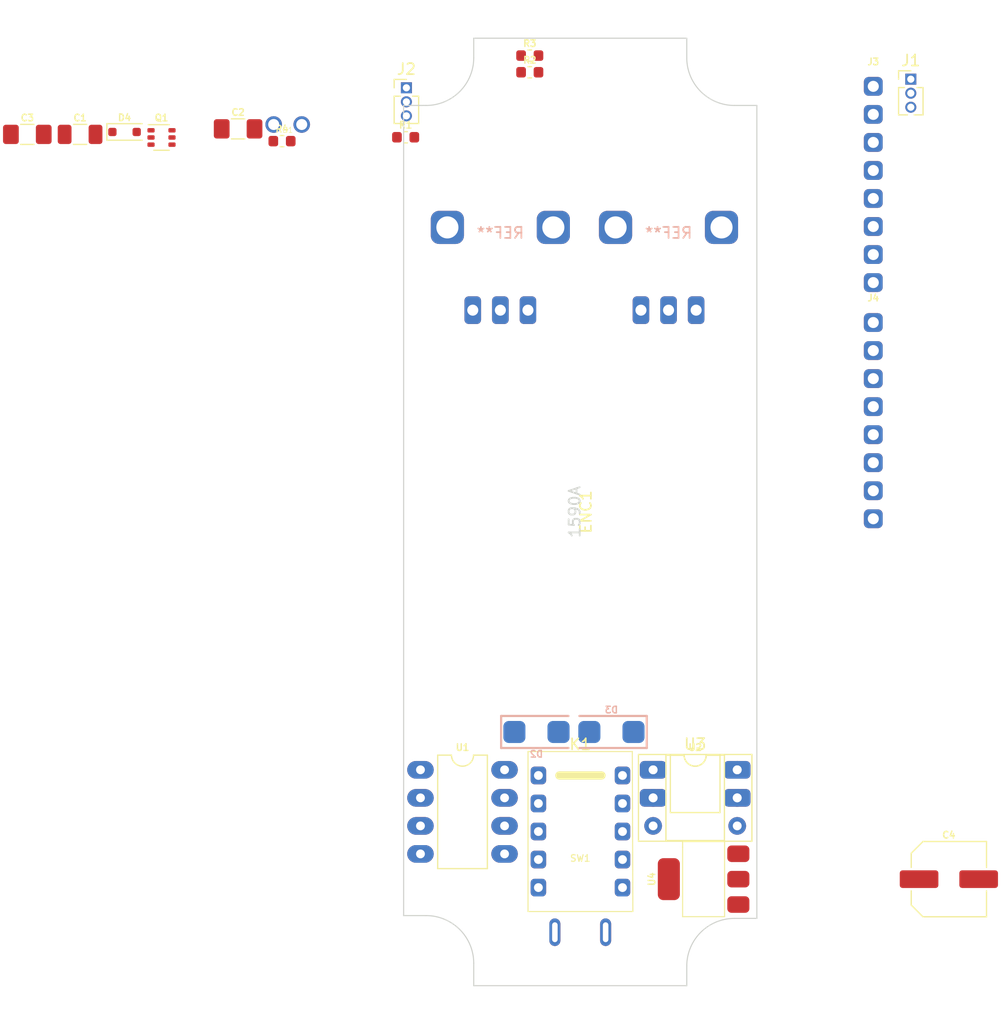
<source format=kicad_pcb>
(kicad_pcb (version 20171130) (host pcbnew "(5.0.2)-1")

  (general
    (thickness 1.6)
    (drawings 0)
    (tracks 0)
    (zones 0)
    (modules 28)
    (nets 40)
  )

  (page A4)
  (layers
    (0 F.Cu signal)
    (31 B.Cu signal)
    (32 B.Adhes user)
    (33 F.Adhes user)
    (34 B.Paste user)
    (35 F.Paste user)
    (36 B.SilkS user)
    (37 F.SilkS user)
    (38 B.Mask user)
    (39 F.Mask user)
    (40 Dwgs.User user)
    (41 Cmts.User user)
    (42 Eco1.User user)
    (43 Eco2.User user)
    (44 Edge.Cuts user)
    (45 Margin user)
    (46 B.CrtYd user)
    (47 F.CrtYd user)
    (48 B.Fab user)
    (49 F.Fab user)
  )

  (setup
    (last_trace_width 0.25)
    (trace_clearance 0.2)
    (zone_clearance 0.1524)
    (zone_45_only no)
    (trace_min 0.2)
    (segment_width 0.2)
    (edge_width 0.15)
    (via_size 0.8)
    (via_drill 0.4)
    (via_min_size 0.4)
    (via_min_drill 0.3)
    (uvia_size 0.3)
    (uvia_drill 0.1)
    (uvias_allowed no)
    (uvia_min_size 0.2)
    (uvia_min_drill 0.1)
    (pcb_text_width 0.3)
    (pcb_text_size 1.5 1.5)
    (mod_edge_width 0.15)
    (mod_text_size 1 1)
    (mod_text_width 0.15)
    (pad_size 1.524 1.524)
    (pad_drill 0.762)
    (pad_to_mask_clearance 0.051)
    (solder_mask_min_width 0.25)
    (aux_axis_origin 0 0)
    (visible_elements 7FFFFF7F)
    (pcbplotparams
      (layerselection 0x010fc_ffffffff)
      (usegerberextensions false)
      (usegerberattributes false)
      (usegerberadvancedattributes false)
      (creategerberjobfile false)
      (excludeedgelayer true)
      (linewidth 0.050000)
      (plotframeref false)
      (viasonmask false)
      (mode 1)
      (useauxorigin false)
      (hpglpennumber 1)
      (hpglpenspeed 20)
      (hpglpendiameter 15.000000)
      (psnegative false)
      (psa4output false)
      (plotreference true)
      (plotvalue true)
      (plotinvisibletext false)
      (padsonsilk false)
      (subtractmaskfromsilk false)
      (outputformat 1)
      (mirror false)
      (drillshape 1)
      (scaleselection 1)
      (outputdirectory ""))
  )

  (net 0 "")
  (net 1 /OPTO_A)
  (net 2 "Net-(U1-Pad1)")
  (net 3 "Net-(U1-Pad3)")
  (net 4 "Net-(D1-Pad1)")
  (net 5 GND_D)
  (net 6 +9.0VDC)
  (net 7 +5.0VDC)
  (net 8 UC_REL_SET)
  (net 9 GND_A)
  (net 10 SND)
  (net 11 RTN)
  (net 12 UC_REL_RST)
  (net 13 UC_MUTE)
  (net 14 UC_SWITCH)
  (net 15 "Net-(D2-Pad2)")
  (net 16 IN)
  (net 17 OUT)
  (net 18 "Net-(Q1-Pad1)")
  (net 19 "Net-(Q1-Pad2)")
  (net 20 "Net-(D4-Pad2)")
  (net 21 "Net-(C4-Pad1)")
  (net 22 "Net-(Q1-Pad6)")
  (net 23 "Net-(J4-Pad1)")
  (net 24 "Net-(J4-Pad2)")
  (net 25 "Net-(J4-Pad3)")
  (net 26 "Net-(J4-Pad4)")
  (net 27 "Net-(J4-Pad5)")
  (net 28 "Net-(J4-Pad6)")
  (net 29 "Net-(J4-Pad7)")
  (net 30 "Net-(J4-Pad8)")
  (net 31 "Net-(J3-Pad8)")
  (net 32 "Net-(J3-Pad7)")
  (net 33 "Net-(J3-Pad6)")
  (net 34 "Net-(J3-Pad5)")
  (net 35 "Net-(J3-Pad4)")
  (net 36 "Net-(J3-Pad3)")
  (net 37 "Net-(J3-Pad2)")
  (net 38 "Net-(J3-Pad1)")
  (net 39 "Net-(C4-Pad2)")

  (net_class Default "This is the default net class."
    (clearance 0.2)
    (trace_width 0.25)
    (via_dia 0.8)
    (via_drill 0.4)
    (uvia_dia 0.3)
    (uvia_drill 0.1)
    (add_net +5.0VDC)
    (add_net +9.0VDC)
    (add_net /OPTO_A)
    (add_net GND_A)
    (add_net GND_D)
    (add_net IN)
    (add_net "Net-(C4-Pad1)")
    (add_net "Net-(C4-Pad2)")
    (add_net "Net-(D1-Pad1)")
    (add_net "Net-(D2-Pad2)")
    (add_net "Net-(D4-Pad2)")
    (add_net "Net-(J3-Pad1)")
    (add_net "Net-(J3-Pad2)")
    (add_net "Net-(J3-Pad3)")
    (add_net "Net-(J3-Pad4)")
    (add_net "Net-(J3-Pad5)")
    (add_net "Net-(J3-Pad6)")
    (add_net "Net-(J3-Pad7)")
    (add_net "Net-(J3-Pad8)")
    (add_net "Net-(J4-Pad1)")
    (add_net "Net-(J4-Pad2)")
    (add_net "Net-(J4-Pad3)")
    (add_net "Net-(J4-Pad4)")
    (add_net "Net-(J4-Pad5)")
    (add_net "Net-(J4-Pad6)")
    (add_net "Net-(J4-Pad7)")
    (add_net "Net-(J4-Pad8)")
    (add_net "Net-(Q1-Pad1)")
    (add_net "Net-(Q1-Pad2)")
    (add_net "Net-(Q1-Pad6)")
    (add_net "Net-(U1-Pad1)")
    (add_net "Net-(U1-Pad3)")
    (add_net OUT)
    (add_net RTN)
    (add_net SND)
    (add_net UC_MUTE)
    (add_net UC_REL_RST)
    (add_net UC_REL_SET)
    (add_net UC_SWITCH)
  )

  (module SA_Jacks_Audio:Lumberg_KLBM_3_z8.5_r0 (layer F.Cu) (tedit 5C6A6DD3) (tstamp 5C7458B5)
    (at 173.99 140.335)
    (fp_text reference REF** (at 2.7 0 90) (layer F.SilkS) hide
      (effects (font (size 0.5 0.5) (thickness 0.05)))
    )
    (fp_text value Lumberg_KLBM_3_z8.5_r0 (at 2.05 0 90) (layer F.Fab) hide
      (effects (font (size 0.5 0.5) (thickness 0.05)))
    )
    (fp_line (start 0 -9.525) (end 1 -9.525) (layer F.Fab) (width 0.1))
    (fp_line (start 1 -9.525) (end 1 9.475) (layer F.Fab) (width 0.1))
    (fp_line (start 1 9.475) (end 0 9.475) (layer F.Fab) (width 0.1))
    (fp_line (start 0 9.475) (end 0 -9.525) (layer F.Fab) (width 0.1))
    (fp_line (start 0 -4.575) (end 1 -4.575) (layer F.Fab) (width 0.1))
    (fp_line (start 0 5.525) (end 1 5.525) (layer F.Fab) (width 0.1))
    (fp_line (start 0 -5.525) (end 1 -5.525) (layer F.Fab) (width 0.1))
    (fp_line (start 0 4.575) (end 1 4.575) (layer F.Fab) (width 0.1))
    (fp_line (start 1 -9.5) (end 0 -8.5) (layer F.Fab) (width 0.1))
    (fp_line (start 1 -9) (end 0 -8) (layer F.Fab) (width 0.1))
    (fp_line (start 1 -8.5) (end 0 -7.5) (layer F.Fab) (width 0.1))
    (fp_line (start 1 -8) (end 0 -7) (layer F.Fab) (width 0.1))
    (fp_line (start 0 -6.5) (end 1 -7.5) (layer F.Fab) (width 0.1))
    (fp_line (start 1 -7) (end 0 -6) (layer F.Fab) (width 0.1))
    (fp_line (start 0 -5.5) (end 1 -6.5) (layer F.Fab) (width 0.1))
    (fp_line (start 1 -6) (end 0.5 -5.5) (layer F.Fab) (width 0.1))
    (fp_line (start 0 -9) (end 0.5 -9.5) (layer F.Fab) (width 0.1))
    (fp_line (start 0.5 5.5) (end 0 6) (layer F.Fab) (width 0.1))
    (fp_line (start 1 5.5) (end 0 6.5) (layer F.Fab) (width 0.1))
    (fp_line (start 0 7) (end 1 6) (layer F.Fab) (width 0.1))
    (fp_line (start 1 6.5) (end 0 7.5) (layer F.Fab) (width 0.1))
    (fp_line (start 0 8) (end 1 7) (layer F.Fab) (width 0.1))
    (fp_line (start 1 7.5) (end 0 8.5) (layer F.Fab) (width 0.1))
    (fp_line (start 0 9) (end 1 8) (layer F.Fab) (width 0.1))
    (fp_line (start 1 8.5) (end 0 9.5) (layer F.Fab) (width 0.1))
    (fp_line (start 0.5 9.5) (end 1 9) (layer F.Fab) (width 0.1))
    (fp_line (start 0.5 -5.5) (end 1 -5) (layer F.Fab) (width 0.1))
    (fp_line (start 0 -5.5) (end 1 -4.5) (layer F.Fab) (width 0.1))
    (fp_line (start 0 -5) (end 1 -4) (layer F.Fab) (width 0.1))
    (fp_line (start 0 -4.5) (end 1 -3.5) (layer F.Fab) (width 0.1))
    (fp_line (start 0 -4) (end 1 -3) (layer F.Fab) (width 0.1))
    (fp_line (start 0 -3.5) (end 1 -2.5) (layer F.Fab) (width 0.1))
    (fp_line (start 0 -3) (end 1 -2) (layer F.Fab) (width 0.1))
    (fp_line (start 1 -1.5) (end 0 -2.5) (layer F.Fab) (width 0.1))
    (fp_line (start 0 -2) (end 1 -1) (layer F.Fab) (width 0.1))
    (fp_line (start 0 -1.5) (end 1 -0.5) (layer F.Fab) (width 0.1))
    (fp_line (start 1 -0.5) (end 1 0) (layer F.Fab) (width 0.1))
    (fp_line (start 1 0) (end 0 -1) (layer F.Fab) (width 0.1))
    (fp_line (start 1 0.5) (end 0 -0.5) (layer F.Fab) (width 0.1))
    (fp_line (start 0 -0.5) (end 0 0) (layer F.Fab) (width 0.1))
    (fp_line (start 0 0) (end 1 1) (layer F.Fab) (width 0.1))
    (fp_line (start 1 1) (end 1 1.5) (layer F.Fab) (width 0.1))
    (fp_line (start 1 1.5) (end 0 0.5) (layer F.Fab) (width 0.1))
    (fp_line (start 0 1) (end 1 2) (layer F.Fab) (width 0.1))
    (fp_line (start 1 2) (end 1 2.5) (layer F.Fab) (width 0.1))
    (fp_line (start 1 2.5) (end 0 1.5) (layer F.Fab) (width 0.1))
    (fp_line (start 0 1.5) (end 0 2) (layer F.Fab) (width 0.1))
    (fp_line (start 0 2) (end 1 3) (layer F.Fab) (width 0.1))
    (fp_line (start 1 3) (end 1 3.5) (layer F.Fab) (width 0.1))
    (fp_line (start 1 3.5) (end 0 2.5) (layer F.Fab) (width 0.1))
    (fp_line (start 0 2.5) (end 0 3) (layer F.Fab) (width 0.1))
    (fp_line (start 0 3) (end 1 4) (layer F.Fab) (width 0.1))
    (fp_line (start 1 4) (end 1 4.5) (layer F.Fab) (width 0.1))
    (fp_line (start 1 4.5) (end 0 3.5) (layer F.Fab) (width 0.1))
    (fp_line (start 0 3.5) (end 0 4) (layer F.Fab) (width 0.1))
    (fp_line (start 0 4) (end 1 5) (layer F.Fab) (width 0.1))
    (fp_line (start 1 5) (end 1 5.5) (layer F.Fab) (width 0.1))
    (fp_line (start 1 5.5) (end 0 4.5) (layer F.Fab) (width 0.1))
    (fp_line (start 0 4.5) (end 0 5) (layer F.Fab) (width 0.1))
    (fp_line (start 0 5) (end 0.5 5.5) (layer F.Fab) (width 0.1))
    (fp_line (start 0.5 5.5) (end 1 5) (layer F.Fab) (width 0.1))
    (fp_line (start 1 5) (end 1 4.5) (layer F.Fab) (width 0.1))
    (fp_line (start 1 4.5) (end 0 5.5) (layer F.Fab) (width 0.1))
    (fp_line (start 0 5.5) (end 0 5) (layer F.Fab) (width 0.1))
    (fp_line (start 0 5) (end 1 4) (layer F.Fab) (width 0.1))
    (fp_line (start 1 4) (end 1 3.5) (layer F.Fab) (width 0.1))
    (fp_line (start 1 3.5) (end 0 4.5) (layer F.Fab) (width 0.1))
    (fp_line (start 0 4.5) (end 0 4) (layer F.Fab) (width 0.1))
    (fp_line (start 0 4) (end 1 3) (layer F.Fab) (width 0.1))
    (fp_line (start 1 3) (end 1 2.5) (layer F.Fab) (width 0.1))
    (fp_line (start 1 2.5) (end 0 3.5) (layer F.Fab) (width 0.1))
    (fp_line (start 0 3.5) (end 0 3) (layer F.Fab) (width 0.1))
    (fp_line (start 0 3) (end 1 2) (layer F.Fab) (width 0.1))
    (fp_line (start 1 2) (end 1 1.5) (layer F.Fab) (width 0.1))
    (fp_line (start 1 1.5) (end 0 2.5) (layer F.Fab) (width 0.1))
    (fp_line (start 0 2.5) (end 0 2) (layer F.Fab) (width 0.1))
    (fp_line (start 0 2) (end 1 1) (layer F.Fab) (width 0.1))
    (fp_line (start 1 1) (end 1 0.5) (layer F.Fab) (width 0.1))
    (fp_line (start 1 0.5) (end 0 1.5) (layer F.Fab) (width 0.1))
    (fp_line (start 0 1.5) (end 0 1) (layer F.Fab) (width 0.1))
    (fp_line (start 0 1) (end 1 0) (layer F.Fab) (width 0.1))
    (fp_line (start 1 0) (end 1 -0.5) (layer F.Fab) (width 0.1))
    (fp_line (start 1 -0.5) (end 0 0.5) (layer F.Fab) (width 0.1))
    (fp_line (start 0 0.5) (end 0 0) (layer F.Fab) (width 0.1))
    (fp_line (start 0 0) (end 1 -1) (layer F.Fab) (width 0.1))
    (fp_line (start 1 -1) (end 1 -1.5) (layer F.Fab) (width 0.1))
    (fp_line (start 1 -1.5) (end 0 -0.5) (layer F.Fab) (width 0.1))
    (fp_line (start 0 -0.5) (end 0 -1) (layer F.Fab) (width 0.1))
    (fp_line (start 0 -1) (end 1 -2) (layer F.Fab) (width 0.1))
    (fp_line (start 1 -2) (end 1 -2.5) (layer F.Fab) (width 0.1))
    (fp_line (start 1 -2.5) (end 0 -1.5) (layer F.Fab) (width 0.1))
    (fp_line (start 0 -1.5) (end 0 -2) (layer F.Fab) (width 0.1))
    (fp_line (start 0 -2) (end 1 -3) (layer F.Fab) (width 0.1))
    (fp_line (start 1 -3) (end 1 -3.5) (layer F.Fab) (width 0.1))
    (fp_line (start 1 -3.5) (end 0 -2.5) (layer F.Fab) (width 0.1))
    (fp_line (start 0 -2.5) (end 0 -3) (layer F.Fab) (width 0.1))
    (fp_line (start 0 -3) (end 1 -4) (layer F.Fab) (width 0.1))
    (fp_line (start 1 -4) (end 1 -4.5) (layer F.Fab) (width 0.1))
    (fp_line (start 1 -4.5) (end 0 -3.5) (layer F.Fab) (width 0.1))
    (fp_line (start 0 -3.5) (end 0 -4) (layer F.Fab) (width 0.1))
    (fp_line (start 0 -4) (end 1 -5) (layer F.Fab) (width 0.1))
    (fp_line (start 1 -5) (end 1 -5.5) (layer F.Fab) (width 0.1))
    (fp_line (start 1 -5.5) (end 0 -4.5) (layer F.Fab) (width 0.1))
    (fp_line (start 0 -4.5) (end 0 -5) (layer F.Fab) (width 0.1))
    (fp_line (start 0 -5) (end 0.5 -5.5) (layer F.Fab) (width 0.1))
    (fp_line (start 1 -5.5) (end 1 5.5) (layer B.Fab) (width 0.1))
    (fp_line (start 0 5.5) (end 0 4.5) (layer B.Fab) (width 0.1))
    (fp_line (start 0 4.5) (end 0 -5.5) (layer B.Fab) (width 0.1))
    (fp_line (start 0 -5.5) (end 0 -4.5) (layer B.Fab) (width 0.1))
    (fp_line (start 0 4.575) (end 1 4.575) (layer B.Fab) (width 0.1))
    (fp_line (start 1 5.525) (end 0 5.525) (layer B.Fab) (width 0.1))
    (fp_line (start 0 5.525) (end 0 5.45) (layer B.Fab) (width 0.1))
    (fp_line (start 1 -5.5) (end 1 -5.525) (layer B.Fab) (width 0.1))
    (fp_line (start 1 -5.525) (end 0 -5.525) (layer B.Fab) (width 0.1))
    (fp_line (start 0 -5.525) (end 0 -5.5) (layer B.Fab) (width 0.1))
    (fp_line (start 0 -4.575) (end 1 -4.575) (layer B.Fab) (width 0.1))
    (fp_text user PANEL (at -0.55 -7.5 90) (layer F.Fab)
      (effects (font (size 0.5 0.5) (thickness 0.1)))
    )
    (fp_text user PANEL (at -0.55 7.55 90) (layer F.Fab)
      (effects (font (size 0.5 0.5) (thickness 0.1)))
    )
    (fp_line (start -2 0) (end 3 0) (layer F.Fab) (width 0.1))
    (fp_text user "PANEL CUTOUT D = 9 MM" (at 1.425 0 90) (layer F.Fab)
      (effects (font (size 0.5 0.5) (thickness 0.1)))
    )
    (fp_text user "INSIDE ENCLOSURE" (at -0.325 0 90) (layer F.Fab)
      (effects (font (size 0.5 0.5) (thickness 0.1)))
    )
    (fp_line (start 0 -9.525) (end 0 -10.525) (layer F.Fab) (width 0.1))
    (fp_line (start 0 9.475) (end 0 10.475) (layer F.Fab) (width 0.1))
    (model ${SA_LIB_3DSHAPES}/Lumberg_KLBM_3/Lumberg_KLBM_3_z8.5_r0.step
      (at (xyz 0 0 0))
      (scale (xyz 1 1 1))
      (rotate (xyz 0 0 0))
    )
  )

  (module SA_Potentiometers_THT:Alpha_Taiwan_9mm_Vertical (layer B.Cu) (tedit 5C5D6A65) (tstamp 5C74168D)
    (at 164.465 106.045 180)
    (fp_text reference REF** (at 0 -0.5 180) (layer B.SilkS)
      (effects (font (size 1 1) (thickness 0.15)) (justify mirror))
    )
    (fp_text value Alpha_Taiwan_9mm_Vertical (at 0 0.5 180) (layer B.Fab)
      (effects (font (size 1 1) (thickness 0.15)) (justify mirror))
    )
    (fp_line (start 4.75 5.675) (end 4.75 -5.675) (layer B.Fab) (width 0.1))
    (fp_line (start 4.75 -5.675) (end -4.75 -5.675) (layer B.Fab) (width 0.1))
    (fp_line (start -4.75 -5.675) (end -4.75 5.675) (layer B.Fab) (width 0.1))
    (fp_line (start -4.75 5.675) (end 4.75 5.675) (layer B.Fab) (width 0.1))
    (fp_line (start 0 0.825) (end 0.125 0.825) (layer B.Fab) (width 0.1))
    (fp_line (start 0.125 0.825) (end -0.125 0.825) (layer B.Fab) (width 0.1))
    (fp_line (start 0 0.825) (end 0 0.95) (layer B.Fab) (width 0.1))
    (fp_line (start 0 0.95) (end 0 0.7) (layer B.Fab) (width 0.1))
    (fp_circle (center 0 0.825) (end 0 -2.675) (layer B.Fab) (width 0.1))
    (pad MH thru_hole roundrect (at -4.8 0 180) (size 3 3) (drill 2) (layers *.Cu *.Mask) (roundrect_rratio 0.25))
    (pad MH thru_hole roundrect (at 4.8 0 180) (size 3 3) (drill 2) (layers *.Cu *.Mask) (roundrect_rratio 0.25))
    (pad 2 thru_hole roundrect (at 0 -7.5 180) (size 1.5 2.5) (drill 1) (layers *.Cu *.Mask) (roundrect_rratio 0.25))
    (pad 3 thru_hole roundrect (at 2.5 -7.5 180) (size 1.5 2.5) (drill 1) (layers *.Cu *.Mask) (roundrect_rratio 0.25))
    (pad 1 thru_hole roundrect (at -2.5 -7.5 180) (size 1.5 2.5) (drill 1) (layers *.Cu *.Mask) (roundrect_rratio 0.25))
    (model ${SA_LIB_3DSHAPES}/Alpha_Taiwan_9mm_Vertical/Alpha_Taiwan_9mm_Vertical.step
      (at (xyz 0 0 0))
      (scale (xyz 1 1 1))
      (rotate (xyz 0 0 0))
    )
  )

  (module Connector_PinHeader_1.27mm:PinHeader_1x03_P1.27mm_Vertical (layer F.Cu) (tedit 59FED6E3) (tstamp 5C725126)
    (at 186.417001 92.615001)
    (descr "Through hole straight pin header, 1x03, 1.27mm pitch, single row")
    (tags "Through hole pin header THT 1x03 1.27mm single row")
    (path /5C69697D)
    (fp_text reference J1 (at 0 -1.695) (layer F.SilkS)
      (effects (font (size 1 1) (thickness 0.15)))
    )
    (fp_text value Conn_01x03 (at 0 4.235) (layer F.Fab)
      (effects (font (size 1 1) (thickness 0.15)))
    )
    (fp_text user %R (at 0 1.27 90) (layer F.Fab)
      (effects (font (size 1 1) (thickness 0.15)))
    )
    (fp_line (start 1.55 -1.15) (end -1.55 -1.15) (layer F.CrtYd) (width 0.05))
    (fp_line (start 1.55 3.7) (end 1.55 -1.15) (layer F.CrtYd) (width 0.05))
    (fp_line (start -1.55 3.7) (end 1.55 3.7) (layer F.CrtYd) (width 0.05))
    (fp_line (start -1.55 -1.15) (end -1.55 3.7) (layer F.CrtYd) (width 0.05))
    (fp_line (start -1.11 -0.76) (end 0 -0.76) (layer F.SilkS) (width 0.12))
    (fp_line (start -1.11 0) (end -1.11 -0.76) (layer F.SilkS) (width 0.12))
    (fp_line (start 0.563471 0.76) (end 1.11 0.76) (layer F.SilkS) (width 0.12))
    (fp_line (start -1.11 0.76) (end -0.563471 0.76) (layer F.SilkS) (width 0.12))
    (fp_line (start 1.11 0.76) (end 1.11 3.235) (layer F.SilkS) (width 0.12))
    (fp_line (start -1.11 0.76) (end -1.11 3.235) (layer F.SilkS) (width 0.12))
    (fp_line (start 0.30753 3.235) (end 1.11 3.235) (layer F.SilkS) (width 0.12))
    (fp_line (start -1.11 3.235) (end -0.30753 3.235) (layer F.SilkS) (width 0.12))
    (fp_line (start -1.05 -0.11) (end -0.525 -0.635) (layer F.Fab) (width 0.1))
    (fp_line (start -1.05 3.175) (end -1.05 -0.11) (layer F.Fab) (width 0.1))
    (fp_line (start 1.05 3.175) (end -1.05 3.175) (layer F.Fab) (width 0.1))
    (fp_line (start 1.05 -0.635) (end 1.05 3.175) (layer F.Fab) (width 0.1))
    (fp_line (start -0.525 -0.635) (end 1.05 -0.635) (layer F.Fab) (width 0.1))
    (pad 3 thru_hole oval (at 0 2.54) (size 1 1) (drill 0.65) (layers *.Cu *.Mask)
      (net 9 GND_A))
    (pad 2 thru_hole oval (at 0 1.27) (size 1 1) (drill 0.65) (layers *.Cu *.Mask)
      (net 9 GND_A))
    (pad 1 thru_hole rect (at 0 0) (size 1 1) (drill 0.65) (layers *.Cu *.Mask)
      (net 16 IN))
    (model ${KISYS3DMOD}/Connector_PinHeader_1.27mm.3dshapes/PinHeader_1x03_P1.27mm_Vertical.wrl
      (at (xyz 0 0 0))
      (scale (xyz 1 1 1))
      (rotate (xyz 0 0 0))
    )
  )

  (module Connector_PinHeader_1.27mm:PinHeader_1x03_P1.27mm_Vertical (layer F.Cu) (tedit 59FED6E3) (tstamp 5C72510D)
    (at 140.711001 93.397001)
    (descr "Through hole straight pin header, 1x03, 1.27mm pitch, single row")
    (tags "Through hole pin header THT 1x03 1.27mm single row")
    (path /5C696AD9)
    (fp_text reference J2 (at 0 -1.695) (layer F.SilkS)
      (effects (font (size 1 1) (thickness 0.15)))
    )
    (fp_text value Conn_01x03 (at 0 4.235) (layer F.Fab)
      (effects (font (size 1 1) (thickness 0.15)))
    )
    (fp_line (start -0.525 -0.635) (end 1.05 -0.635) (layer F.Fab) (width 0.1))
    (fp_line (start 1.05 -0.635) (end 1.05 3.175) (layer F.Fab) (width 0.1))
    (fp_line (start 1.05 3.175) (end -1.05 3.175) (layer F.Fab) (width 0.1))
    (fp_line (start -1.05 3.175) (end -1.05 -0.11) (layer F.Fab) (width 0.1))
    (fp_line (start -1.05 -0.11) (end -0.525 -0.635) (layer F.Fab) (width 0.1))
    (fp_line (start -1.11 3.235) (end -0.30753 3.235) (layer F.SilkS) (width 0.12))
    (fp_line (start 0.30753 3.235) (end 1.11 3.235) (layer F.SilkS) (width 0.12))
    (fp_line (start -1.11 0.76) (end -1.11 3.235) (layer F.SilkS) (width 0.12))
    (fp_line (start 1.11 0.76) (end 1.11 3.235) (layer F.SilkS) (width 0.12))
    (fp_line (start -1.11 0.76) (end -0.563471 0.76) (layer F.SilkS) (width 0.12))
    (fp_line (start 0.563471 0.76) (end 1.11 0.76) (layer F.SilkS) (width 0.12))
    (fp_line (start -1.11 0) (end -1.11 -0.76) (layer F.SilkS) (width 0.12))
    (fp_line (start -1.11 -0.76) (end 0 -0.76) (layer F.SilkS) (width 0.12))
    (fp_line (start -1.55 -1.15) (end -1.55 3.7) (layer F.CrtYd) (width 0.05))
    (fp_line (start -1.55 3.7) (end 1.55 3.7) (layer F.CrtYd) (width 0.05))
    (fp_line (start 1.55 3.7) (end 1.55 -1.15) (layer F.CrtYd) (width 0.05))
    (fp_line (start 1.55 -1.15) (end -1.55 -1.15) (layer F.CrtYd) (width 0.05))
    (fp_text user %R (at 0 1.27 90) (layer F.Fab)
      (effects (font (size 1 1) (thickness 0.15)))
    )
    (pad 1 thru_hole rect (at 0 0) (size 1 1) (drill 0.65) (layers *.Cu *.Mask)
      (net 17 OUT))
    (pad 2 thru_hole oval (at 0 1.27) (size 1 1) (drill 0.65) (layers *.Cu *.Mask)
      (net 9 GND_A))
    (pad 3 thru_hole oval (at 0 2.54) (size 1 1) (drill 0.65) (layers *.Cu *.Mask)
      (net 9 GND_A))
    (model ${KISYS3DMOD}/Connector_PinHeader_1.27mm.3dshapes/PinHeader_1x03_P1.27mm_Vertical.wrl
      (at (xyz 0 0 0))
      (scale (xyz 1 1 1))
      (rotate (xyz 0 0 0))
    )
  )

  (module SA_Capacitors_SMD:C_1206_3216M (layer F.Cu) (tedit 5C29F026) (tstamp 5C7250F4)
    (at 111.141001 97.617001)
    (descr "Capacitor SMD 1206 (3216 Metric), square (rectangular) end terminal, IPC_7351 nominal, (Body size source: http://www.tortai-tech.com/upload/download/2011102023233369053.pdf), generated with kicad-footprint-generator")
    (tags capacitor)
    (path /5C673138)
    (attr smd)
    (fp_text reference C1 (at 0 -1.5) (layer F.SilkS)
      (effects (font (size 0.6 0.6) (thickness 0.127)))
    )
    (fp_text value 10uF/cer (at 0 1.35) (layer F.Fab)
      (effects (font (size 0.3 0.3) (thickness 0.03)))
    )
    (fp_line (start -1.6 0.8) (end -1.6 -0.8) (layer F.Fab) (width 0.1))
    (fp_line (start -1.6 -0.8) (end 1.6 -0.8) (layer F.Fab) (width 0.1))
    (fp_line (start 1.6 -0.8) (end 1.6 0.8) (layer F.Fab) (width 0.1))
    (fp_line (start 1.6 0.8) (end -1.6 0.8) (layer F.Fab) (width 0.1))
    (fp_line (start -0.602064 -0.91) (end 0.602064 -0.91) (layer F.SilkS) (width 0.12))
    (fp_line (start -0.602064 0.91) (end 0.602064 0.91) (layer F.SilkS) (width 0.12))
    (fp_line (start -2.28 1.12) (end -2.28 -1.12) (layer F.CrtYd) (width 0.05))
    (fp_line (start -2.28 -1.12) (end 2.28 -1.12) (layer F.CrtYd) (width 0.05))
    (fp_line (start 2.28 -1.12) (end 2.28 1.12) (layer F.CrtYd) (width 0.05))
    (fp_line (start 2.28 1.12) (end -2.28 1.12) (layer F.CrtYd) (width 0.05))
    (fp_text user %R (at 0 0) (layer F.Fab)
      (effects (font (size 0.4 0.4) (thickness 0.05)))
    )
    (pad 1 smd roundrect (at -1.4 0) (size 1.25 1.75) (layers F.Cu F.Paste F.Mask) (roundrect_rratio 0.2)
      (net 6 +9.0VDC))
    (pad 2 smd roundrect (at 1.4 0) (size 1.25 1.75) (layers F.Cu F.Paste F.Mask) (roundrect_rratio 0.2)
      (net 5 GND_D))
    (model ${SA_LIB_3DSHAPES}/Packages/C_1206_3216Metric.step
      (at (xyz 0 0 0))
      (scale (xyz 1 1 1))
      (rotate (xyz 0 0 0))
    )
  )

  (module SA_Capacitors_SMD:C_1206_3216M_HandSolder (layer F.Cu) (tedit 5C29F039) (tstamp 5C7250E3)
    (at 125.461001 97.117001)
    (path /5C6731AC)
    (attr smd)
    (fp_text reference C2 (at 0 -1.5) (layer F.SilkS)
      (effects (font (size 0.6 0.6) (thickness 0.127)))
    )
    (fp_text value 4.7uF/cer/lowESR (at 0 1.35) (layer F.Fab)
      (effects (font (size 0.3 0.3) (thickness 0.03)))
    )
    (fp_text user %R (at 0 0) (layer F.Fab)
      (effects (font (size 0.4 0.4) (thickness 0.05)))
    )
    (fp_line (start 2.45 1.12) (end -2.45 1.12) (layer F.CrtYd) (width 0.05))
    (fp_line (start 2.45 -1.12) (end 2.45 1.12) (layer F.CrtYd) (width 0.05))
    (fp_line (start -2.45 -1.12) (end 2.45 -1.12) (layer F.CrtYd) (width 0.05))
    (fp_line (start -2.45 1.12) (end -2.45 -1.12) (layer F.CrtYd) (width 0.05))
    (fp_line (start -0.602064 0.91) (end 0.602064 0.91) (layer F.SilkS) (width 0.12))
    (fp_line (start -0.602064 -0.91) (end 0.602064 -0.91) (layer F.SilkS) (width 0.12))
    (fp_line (start 1.6 0.8) (end -1.6 0.8) (layer F.Fab) (width 0.1))
    (fp_line (start 1.6 -0.8) (end 1.6 0.8) (layer F.Fab) (width 0.1))
    (fp_line (start -1.6 -0.8) (end 1.6 -0.8) (layer F.Fab) (width 0.1))
    (fp_line (start -1.6 0.8) (end -1.6 -0.8) (layer F.Fab) (width 0.1))
    (pad 2 smd roundrect (at 1.4875 0) (size 1.425 1.75) (layers F.Cu F.Paste F.Mask) (roundrect_rratio 0.175439)
      (net 5 GND_D))
    (pad 1 smd roundrect (at -1.4875 0) (size 1.425 1.75) (layers F.Cu F.Paste F.Mask) (roundrect_rratio 0.175439)
      (net 7 +5.0VDC))
    (model ${SA_LIB_3DSHAPES}/Packages/C_1206_3216Metric.step
      (at (xyz 0 0 0))
      (scale (xyz 1 1 1))
      (rotate (xyz 0 0 0))
    )
  )

  (module SA_Capacitors_SMD:C_1206_3216M_HandSolder (layer F.Cu) (tedit 5C29F039) (tstamp 5C7250D2)
    (at 106.361001 97.617001)
    (path /5C676292)
    (attr smd)
    (fp_text reference C3 (at 0 -1.5) (layer F.SilkS)
      (effects (font (size 0.6 0.6) (thickness 0.127)))
    )
    (fp_text value 100n/decoupling (at 0 1.35) (layer F.Fab)
      (effects (font (size 0.3 0.3) (thickness 0.03)))
    )
    (fp_line (start -1.6 0.8) (end -1.6 -0.8) (layer F.Fab) (width 0.1))
    (fp_line (start -1.6 -0.8) (end 1.6 -0.8) (layer F.Fab) (width 0.1))
    (fp_line (start 1.6 -0.8) (end 1.6 0.8) (layer F.Fab) (width 0.1))
    (fp_line (start 1.6 0.8) (end -1.6 0.8) (layer F.Fab) (width 0.1))
    (fp_line (start -0.602064 -0.91) (end 0.602064 -0.91) (layer F.SilkS) (width 0.12))
    (fp_line (start -0.602064 0.91) (end 0.602064 0.91) (layer F.SilkS) (width 0.12))
    (fp_line (start -2.45 1.12) (end -2.45 -1.12) (layer F.CrtYd) (width 0.05))
    (fp_line (start -2.45 -1.12) (end 2.45 -1.12) (layer F.CrtYd) (width 0.05))
    (fp_line (start 2.45 -1.12) (end 2.45 1.12) (layer F.CrtYd) (width 0.05))
    (fp_line (start 2.45 1.12) (end -2.45 1.12) (layer F.CrtYd) (width 0.05))
    (fp_text user %R (at 0 0) (layer F.Fab)
      (effects (font (size 0.4 0.4) (thickness 0.05)))
    )
    (pad 1 smd roundrect (at -1.4875 0) (size 1.425 1.75) (layers F.Cu F.Paste F.Mask) (roundrect_rratio 0.175439)
      (net 7 +5.0VDC))
    (pad 2 smd roundrect (at 1.4875 0) (size 1.425 1.75) (layers F.Cu F.Paste F.Mask) (roundrect_rratio 0.175439)
      (net 5 GND_D))
    (model ${SA_LIB_3DSHAPES}/Packages/C_1206_3216Metric.step
      (at (xyz 0 0 0))
      (scale (xyz 1 1 1))
      (rotate (xyz 0 0 0))
    )
  )

  (module SA_Capacitors_SMD:Nichicon_UWT1E101MCL1GS_100uF_25V_6.3x7.7mm (layer F.Cu) (tedit 5C256114) (tstamp 5C726458)
    (at 189.865 165.1)
    (descr "SMD capacitor, aluminum electrolytic, Nichicon, 6.3x7.7mm")
    (tags "capacitor electrolytic")
    (path /5C69D6D7)
    (attr smd)
    (fp_text reference C4 (at 0 -4) (layer F.SilkS)
      (effects (font (size 0.6 0.6) (thickness 0.127)))
    )
    (fp_text value Nichicon_UWT_100uF_25V (at 0 3.8) (layer F.Fab)
      (effects (font (size 0.3 0.3) (thickness 0.03)))
    )
    (fp_circle (center 0 0) (end 3.15 0) (layer F.Fab) (width 0.1))
    (fp_line (start 3.3 -3.3) (end 3.3 3.3) (layer F.Fab) (width 0.1))
    (fp_line (start -2.3 -3.3) (end 3.3 -3.3) (layer F.Fab) (width 0.1))
    (fp_line (start -2.3 3.3) (end 3.3 3.3) (layer F.Fab) (width 0.1))
    (fp_line (start -3.3 -2.3) (end -3.3 2.3) (layer F.Fab) (width 0.1))
    (fp_line (start -3.3 -2.3) (end -2.3 -3.3) (layer F.Fab) (width 0.1))
    (fp_line (start -3.3 2.3) (end -2.3 3.3) (layer F.Fab) (width 0.1))
    (fp_line (start -2.704838 -1.33) (end -2.074838 -1.33) (layer F.Fab) (width 0.1))
    (fp_line (start -2.389838 -1.645) (end -2.389838 -1.015) (layer F.Fab) (width 0.1))
    (fp_line (start 3.41 3.41) (end 3.41 1.06) (layer F.SilkS) (width 0.12))
    (fp_line (start 3.41 -3.41) (end 3.41 -1.06) (layer F.SilkS) (width 0.12))
    (fp_line (start -2.345563 -3.41) (end 3.41 -3.41) (layer F.SilkS) (width 0.12))
    (fp_line (start -2.345563 3.41) (end 3.41 3.41) (layer F.SilkS) (width 0.12))
    (fp_line (start -3.41 2.345563) (end -3.41 1.06) (layer F.SilkS) (width 0.12))
    (fp_line (start -3.41 -2.345563) (end -3.41 -1.06) (layer F.SilkS) (width 0.12))
    (fp_line (start -3.41 -2.345563) (end -2.345563 -3.41) (layer F.SilkS) (width 0.12))
    (fp_line (start -3.41 2.345563) (end -2.345563 3.41) (layer F.SilkS) (width 0.12))
    (fp_line (start 3.55 -3.55) (end 3.55 -1.05) (layer F.CrtYd) (width 0.05))
    (fp_line (start 3.55 -1.05) (end 4.7 -1.05) (layer F.CrtYd) (width 0.05))
    (fp_line (start 4.7 -1.05) (end 4.7 1.05) (layer F.CrtYd) (width 0.05))
    (fp_line (start 4.7 1.05) (end 3.55 1.05) (layer F.CrtYd) (width 0.05))
    (fp_line (start 3.55 1.05) (end 3.55 3.55) (layer F.CrtYd) (width 0.05))
    (fp_line (start -2.4 3.55) (end 3.55 3.55) (layer F.CrtYd) (width 0.05))
    (fp_line (start -2.4 -3.55) (end 3.55 -3.55) (layer F.CrtYd) (width 0.05))
    (fp_line (start -3.55 2.4) (end -2.4 3.55) (layer F.CrtYd) (width 0.05))
    (fp_line (start -3.55 -2.4) (end -2.4 -3.55) (layer F.CrtYd) (width 0.05))
    (fp_line (start -3.55 -2.4) (end -3.55 -1.05) (layer F.CrtYd) (width 0.05))
    (fp_line (start -3.55 1.05) (end -3.55 2.4) (layer F.CrtYd) (width 0.05))
    (fp_line (start -3.55 -1.05) (end -4.7 -1.05) (layer F.CrtYd) (width 0.05))
    (fp_line (start -4.7 -1.05) (end -4.7 1.05) (layer F.CrtYd) (width 0.05))
    (fp_line (start -4.7 1.05) (end -3.55 1.05) (layer F.CrtYd) (width 0.05))
    (fp_text user %R (at 0 0) (layer F.Fab)
      (effects (font (size 0.4 0.4) (thickness 0.05)))
    )
    (pad 1 smd roundrect (at -2.7 0) (size 3.5 1.6) (layers F.Cu F.Paste F.Mask) (roundrect_rratio 0.15625)
      (net 21 "Net-(C4-Pad1)"))
    (pad 2 smd roundrect (at 2.7 0) (size 3.5 1.6) (layers F.Cu F.Paste F.Mask) (roundrect_rratio 0.15625)
      (net 39 "Net-(C4-Pad2)"))
    (model ${SA_LIB_3DSHAPES}/Nichicon_UWT1E101MCL1GS_100uF_25V_6.3x7.7mm/Nichicon_UWT1E101MCL1GS_100uF_25V_6.3x7.7mm.step
      (at (xyz 0 0 0))
      (scale (xyz 1 1 1))
      (rotate (xyz 0 0 0))
    )
  )

  (module SA_Connectors_Pin_Headers_THT:PinHeader_1x08_P2.54mm_Vertical_Bottom (layer F.Cu) (tedit 5C2D5593) (tstamp 5C72509B)
    (at 183.017001 93.265001)
    (descr "Through hole straight pin header, 1x08, 2.54mm pitch, single row")
    (tags "Through hole pin header THT 1x08 2.54mm single row")
    (path /5C684D3D)
    (fp_text reference J3 (at 0 -2.23) (layer F.SilkS)
      (effects (font (size 0.6 0.6) (thickness 0.127)))
    )
    (fp_text value Conn_01x08 (at 0 19.8) (layer F.Fab)
      (effects (font (size 0.3 0.3) (thickness 0.03)))
    )
    (fp_text user %R (at 0 8.89 90) (layer F.Fab)
      (effects (font (size 0.5 0.5) (thickness 0.05)))
    )
    (fp_line (start 1.8 -1.8) (end -1.8 -1.8) (layer F.CrtYd) (width 0.05))
    (fp_line (start 1.8 19.55) (end 1.8 -1.8) (layer F.CrtYd) (width 0.05))
    (fp_line (start -1.8 19.55) (end 1.8 19.55) (layer F.CrtYd) (width 0.05))
    (fp_line (start -1.8 -1.8) (end -1.8 19.55) (layer F.CrtYd) (width 0.05))
    (fp_line (start -1.27 -0.635) (end -0.635 -1.27) (layer B.Fab) (width 0.1))
    (fp_line (start -1.27 19.05) (end -1.27 -0.635) (layer B.Fab) (width 0.1))
    (fp_line (start 1.27 19.05) (end -1.27 19.05) (layer B.Fab) (width 0.1))
    (fp_line (start 1.27 -1.27) (end 1.27 19.05) (layer B.Fab) (width 0.1))
    (fp_line (start -0.635 -1.27) (end 1.27 -1.27) (layer B.Fab) (width 0.1))
    (pad 8 thru_hole roundrect (at 0 17.78) (size 1.7 1.7) (drill 1) (layers *.Cu *.Mask) (roundrect_rratio 0.25)
      (net 31 "Net-(J3-Pad8)"))
    (pad 7 thru_hole roundrect (at 0 15.24) (size 1.7 1.7) (drill 1) (layers *.Cu *.Mask) (roundrect_rratio 0.25)
      (net 32 "Net-(J3-Pad7)"))
    (pad 6 thru_hole roundrect (at 0 12.7) (size 1.7 1.7) (drill 1) (layers *.Cu *.Mask) (roundrect_rratio 0.25)
      (net 33 "Net-(J3-Pad6)"))
    (pad 5 thru_hole roundrect (at 0 10.16) (size 1.7 1.7) (drill 1) (layers *.Cu *.Mask) (roundrect_rratio 0.25)
      (net 34 "Net-(J3-Pad5)"))
    (pad 4 thru_hole roundrect (at 0 7.62) (size 1.7 1.7) (drill 1) (layers *.Cu *.Mask) (roundrect_rratio 0.25)
      (net 35 "Net-(J3-Pad4)"))
    (pad 3 thru_hole roundrect (at 0 5.08) (size 1.7 1.7) (drill 1) (layers *.Cu *.Mask) (roundrect_rratio 0.25)
      (net 36 "Net-(J3-Pad3)"))
    (pad 2 thru_hole roundrect (at 0 2.54) (size 1.7 1.7) (drill 1) (layers *.Cu *.Mask) (roundrect_rratio 0.25)
      (net 37 "Net-(J3-Pad2)"))
    (pad 1 thru_hole roundrect (at 0 0) (size 1.7 1.7) (drill 1) (layers *.Cu *.Mask) (roundrect_rratio 0.25)
      (net 38 "Net-(J3-Pad1)"))
    (model ${SA_LIB_3DSHAPES}/Packages/PinHeader_1x08_P254mm_Vertical_Bottom.step
      (at (xyz 0 0 0))
      (scale (xyz 1 1 1))
      (rotate (xyz 0 0 0))
    )
  )

  (module SA_Connectors_Pin_Headers_THT:PinHeader_1x08_P2.54mm_Vertical_Bottom (layer F.Cu) (tedit 5C2D5593) (tstamp 5C725085)
    (at 183.017001 114.665001)
    (descr "Through hole straight pin header, 1x08, 2.54mm pitch, single row")
    (tags "Through hole pin header THT 1x08 2.54mm single row")
    (path /5C684D8C)
    (fp_text reference J4 (at 0 -2.23) (layer F.SilkS)
      (effects (font (size 0.6 0.6) (thickness 0.127)))
    )
    (fp_text value Conn_01x08 (at 0 19.8) (layer F.Fab)
      (effects (font (size 0.3 0.3) (thickness 0.03)))
    )
    (fp_line (start -0.635 -1.27) (end 1.27 -1.27) (layer B.Fab) (width 0.1))
    (fp_line (start 1.27 -1.27) (end 1.27 19.05) (layer B.Fab) (width 0.1))
    (fp_line (start 1.27 19.05) (end -1.27 19.05) (layer B.Fab) (width 0.1))
    (fp_line (start -1.27 19.05) (end -1.27 -0.635) (layer B.Fab) (width 0.1))
    (fp_line (start -1.27 -0.635) (end -0.635 -1.27) (layer B.Fab) (width 0.1))
    (fp_line (start -1.8 -1.8) (end -1.8 19.55) (layer F.CrtYd) (width 0.05))
    (fp_line (start -1.8 19.55) (end 1.8 19.55) (layer F.CrtYd) (width 0.05))
    (fp_line (start 1.8 19.55) (end 1.8 -1.8) (layer F.CrtYd) (width 0.05))
    (fp_line (start 1.8 -1.8) (end -1.8 -1.8) (layer F.CrtYd) (width 0.05))
    (fp_text user %R (at 0 8.89 90) (layer F.Fab)
      (effects (font (size 0.5 0.5) (thickness 0.05)))
    )
    (pad 1 thru_hole roundrect (at 0 0) (size 1.7 1.7) (drill 1) (layers *.Cu *.Mask) (roundrect_rratio 0.25)
      (net 23 "Net-(J4-Pad1)"))
    (pad 2 thru_hole roundrect (at 0 2.54) (size 1.7 1.7) (drill 1) (layers *.Cu *.Mask) (roundrect_rratio 0.25)
      (net 24 "Net-(J4-Pad2)"))
    (pad 3 thru_hole roundrect (at 0 5.08) (size 1.7 1.7) (drill 1) (layers *.Cu *.Mask) (roundrect_rratio 0.25)
      (net 25 "Net-(J4-Pad3)"))
    (pad 4 thru_hole roundrect (at 0 7.62) (size 1.7 1.7) (drill 1) (layers *.Cu *.Mask) (roundrect_rratio 0.25)
      (net 26 "Net-(J4-Pad4)"))
    (pad 5 thru_hole roundrect (at 0 10.16) (size 1.7 1.7) (drill 1) (layers *.Cu *.Mask) (roundrect_rratio 0.25)
      (net 27 "Net-(J4-Pad5)"))
    (pad 6 thru_hole roundrect (at 0 12.7) (size 1.7 1.7) (drill 1) (layers *.Cu *.Mask) (roundrect_rratio 0.25)
      (net 28 "Net-(J4-Pad6)"))
    (pad 7 thru_hole roundrect (at 0 15.24) (size 1.7 1.7) (drill 1) (layers *.Cu *.Mask) (roundrect_rratio 0.25)
      (net 29 "Net-(J4-Pad7)"))
    (pad 8 thru_hole roundrect (at 0 17.78) (size 1.7 1.7) (drill 1) (layers *.Cu *.Mask) (roundrect_rratio 0.25)
      (net 30 "Net-(J4-Pad8)"))
    (model ${SA_LIB_3DSHAPES}/Packages/PinHeader_1x08_P254mm_Vertical_Bottom.step
      (at (xyz 0 0 0))
      (scale (xyz 1 1 1))
      (rotate (xyz 0 0 0))
    )
  )

  (module SA_Connectors_Wire:Wire_Pad_2x_1.0mm_Hole_1.5_Annular_2.54mm_Pitch (layer F.Cu) (tedit 5C58444F) (tstamp 5C72506F)
    (at 129.956 96.722)
    (path /5C6732CC)
    (fp_text reference D1 (at 0 0.5) (layer F.SilkS)
      (effects (font (size 0.5 0.5) (thickness 0.05)))
    )
    (fp_text value LED_ALT (at 0 -0.5) (layer F.Fab) hide
      (effects (font (size 0.5 0.5) (thickness 0.05)))
    )
    (pad 1 thru_hole circle (at -1.27 0) (size 1.5 1.5) (drill 1) (layers *.Cu *.Mask)
      (net 4 "Net-(D1-Pad1)"))
    (pad 2 thru_hole circle (at 1.27 0) (size 1.5 1.5) (drill 1) (layers *.Cu *.Mask)
      (net 13 UC_MUTE))
  )

  (module SA_Diodes_SMD:ON_Semi_1N4148WS_SOD-323F-2 (layer F.Cu) (tedit 5C2425F3) (tstamp 5C725069)
    (at 115.171001 97.397001)
    (path /5C69BF08)
    (attr smd)
    (fp_text reference D4 (at 0 -1.3) (layer F.SilkS)
      (effects (font (size 0.6 0.6) (thickness 0.127)))
    )
    (fp_text value ON_Semi_1N4148WS (at 0 1.15) (layer F.Fab)
      (effects (font (size 0.3 0.3) (thickness 0.03)))
    )
    (fp_line (start 0.85 -0.625) (end -0.85 -0.625) (layer F.Fab) (width 0.1))
    (fp_line (start 0.85 0.625) (end 0.85 -0.625) (layer F.Fab) (width 0.1))
    (fp_line (start -0.85 0.625) (end 0.85 0.625) (layer F.Fab) (width 0.1))
    (fp_line (start -0.85 -0.625) (end -0.85 0.625) (layer F.Fab) (width 0.1))
    (fp_line (start -1.6 -0.75) (end 1.6 -0.75) (layer F.SilkS) (width 0.12))
    (fp_line (start -1.6 0.75) (end 1.6 0.75) (layer F.SilkS) (width 0.12))
    (fp_line (start -1.7 -0.9) (end -1.7 0.9) (layer F.CrtYd) (width 0.05))
    (fp_line (start -1.7 0.9) (end 1.7 0.9) (layer F.CrtYd) (width 0.05))
    (fp_line (start 1.7 -0.9) (end 1.7 0.9) (layer F.CrtYd) (width 0.05))
    (fp_line (start -1.7 -0.9) (end 1.7 -0.9) (layer F.CrtYd) (width 0.05))
    (fp_line (start -0.6375 -0.6) (end -0.6375 0.6) (layer F.Fab) (width 0.1))
    (fp_line (start -1.6 -0.75) (end -1.6 0.75) (layer F.SilkS) (width 0.12))
    (fp_text user %R (at 0 0 180) (layer F.Fab)
      (effects (font (size 0.4 0.4) (thickness 0.05)))
    )
    (pad 2 smd roundrect (at 1.1 0) (size 0.75 0.75) (layers F.Cu F.Paste F.Mask) (roundrect_rratio 0.25)
      (net 20 "Net-(D4-Pad2)"))
    (pad 1 smd roundrect (at -1.1 0) (size 0.75 0.75) (layers F.Cu F.Paste F.Mask) (roundrect_rratio 0.25)
      (net 21 "Net-(C4-Pad1)"))
    (model ${SA_LIB_3DSHAPES}/ON_Semi_1N4148WS_SOD-323F-2/ON_Semi_1N4148WS_SOD-323F-2.step
      (at (xyz 0 0 0))
      (scale (xyz 1 1 1))
      (rotate (xyz 0 0 0))
    )
  )

  (module SA_Diodes_SMD:ON_Semi_1SMA5918BT3G_SMA_DO-214AC (layer B.Cu) (tedit 5C242939) (tstamp 5C725056)
    (at 152.495 151.765)
    (path /5C676FED)
    (attr smd)
    (fp_text reference D2 (at 0 2) (layer B.SilkS)
      (effects (font (size 0.6 0.6) (thickness 0.127)) (justify mirror))
    )
    (fp_text value ON_Semi_1SMA5918BT3G (at 0 -1.9) (layer B.Fab)
      (effects (font (size 0.3 0.3) (thickness 0.03)) (justify mirror))
    )
    (fp_text user %R (at 0 0) (layer B.Fab)
      (effects (font (size 0.4 0.4) (thickness 0.05)) (justify mirror))
    )
    (fp_line (start -3.2 1.45) (end -3.2 -1.45) (layer B.SilkS) (width 0.2))
    (fp_line (start 2.16 -1.3) (end -2.16 -1.3) (layer B.Fab) (width 0.1))
    (fp_line (start -2.16 -1.3) (end -2.16 1.3) (layer B.Fab) (width 0.1))
    (fp_line (start 2.16 1.3) (end 2.16 -1.3) (layer B.Fab) (width 0.1))
    (fp_line (start 2.16 1.3) (end -2.16 1.3) (layer B.Fab) (width 0.1))
    (fp_line (start -3.4 1.6) (end 3.1 1.6) (layer B.CrtYd) (width 0.05))
    (fp_line (start 3.1 1.6) (end 3.1 -1.6) (layer B.CrtYd) (width 0.05))
    (fp_line (start 3.1 -1.6) (end -3.4 -1.6) (layer B.CrtYd) (width 0.05))
    (fp_line (start -3.4 -1.6) (end -3.4 1.6) (layer B.CrtYd) (width 0.05))
    (fp_line (start -1.62 1.3) (end -1.62 -1.3) (layer B.Fab) (width 0.1))
    (fp_line (start -3.2 -1.45) (end 2.9 -1.45) (layer B.SilkS) (width 0.2))
    (fp_line (start -3.2 1.45) (end 2.9 1.45) (layer B.SilkS) (width 0.2))
    (pad 1 smd roundrect (at -2 0) (size 2 2) (layers B.Cu B.Paste B.Mask) (roundrect_rratio 0.25)
      (net 8 UC_REL_SET))
    (pad 2 smd roundrect (at 2 0) (size 2 2) (layers B.Cu B.Paste B.Mask) (roundrect_rratio 0.25)
      (net 15 "Net-(D2-Pad2)"))
    (model ${SA_LIB_3DSHAPES}/ON_Semi_1SMA5918BT3G_SMA_DO-214AC/ON_Semi_1SMA5918BT3G_SMA_DO-214AC.step
      (at (xyz 0 0 0))
      (scale (xyz 1 1 1))
      (rotate (xyz 0 0 0))
    )
  )

  (module SA_Diodes_SMD:ON_Semi_1SMA5918BT3G_SMA_DO-214AC (layer B.Cu) (tedit 5C242939) (tstamp 5C725043)
    (at 159.29 151.765 180)
    (path /5C67707A)
    (attr smd)
    (fp_text reference D3 (at 0 2 180) (layer B.SilkS)
      (effects (font (size 0.6 0.6) (thickness 0.127)) (justify mirror))
    )
    (fp_text value ON_Semi_1SMA5918BT3G (at 0 -1.9 180) (layer B.Fab)
      (effects (font (size 0.3 0.3) (thickness 0.03)) (justify mirror))
    )
    (fp_line (start -3.2 1.45) (end 2.9 1.45) (layer B.SilkS) (width 0.2))
    (fp_line (start -3.2 -1.45) (end 2.9 -1.45) (layer B.SilkS) (width 0.2))
    (fp_line (start -1.62 1.3) (end -1.62 -1.3) (layer B.Fab) (width 0.1))
    (fp_line (start -3.4 -1.6) (end -3.4 1.6) (layer B.CrtYd) (width 0.05))
    (fp_line (start 3.1 -1.6) (end -3.4 -1.6) (layer B.CrtYd) (width 0.05))
    (fp_line (start 3.1 1.6) (end 3.1 -1.6) (layer B.CrtYd) (width 0.05))
    (fp_line (start -3.4 1.6) (end 3.1 1.6) (layer B.CrtYd) (width 0.05))
    (fp_line (start 2.16 1.3) (end -2.16 1.3) (layer B.Fab) (width 0.1))
    (fp_line (start 2.16 1.3) (end 2.16 -1.3) (layer B.Fab) (width 0.1))
    (fp_line (start -2.16 -1.3) (end -2.16 1.3) (layer B.Fab) (width 0.1))
    (fp_line (start 2.16 -1.3) (end -2.16 -1.3) (layer B.Fab) (width 0.1))
    (fp_line (start -3.2 1.45) (end -3.2 -1.45) (layer B.SilkS) (width 0.2))
    (fp_text user %R (at 0 0 180) (layer B.Fab)
      (effects (font (size 0.4 0.4) (thickness 0.05)) (justify mirror))
    )
    (pad 2 smd roundrect (at 2 0 180) (size 2 2) (layers B.Cu B.Paste B.Mask) (roundrect_rratio 0.25)
      (net 15 "Net-(D2-Pad2)"))
    (pad 1 smd roundrect (at -2 0 180) (size 2 2) (layers B.Cu B.Paste B.Mask) (roundrect_rratio 0.25)
      (net 12 UC_REL_RST))
    (model ${SA_LIB_3DSHAPES}/ON_Semi_1SMA5918BT3G_SMA_DO-214AC/ON_Semi_1SMA5918BT3G_SMA_DO-214AC.step
      (at (xyz 0 0 0))
      (scale (xyz 1 1 1))
      (rotate (xyz 0 0 0))
    )
  )

  (module SA_Enclosures:Hammond_1590A (layer F.Cu) (tedit 5C5D7571) (tstamp 5C725030)
    (at 156.464 131.826 90)
    (path /5C6B3A4B)
    (fp_text reference ENC1 (at 0 0.508 90) (layer F.SilkS)
      (effects (font (size 1 1) (thickness 0.15)))
    )
    (fp_text value 1590A (at 0 -0.508 90) (layer Edge.Cuts)
      (effects (font (size 1 1) (thickness 0.15)))
    )
    (fp_line (start -41.314163 11.263653) (end -43.564505 11.263653) (layer Dwgs.User) (width 0.2))
    (fp_line (start 36.633808 16.311452) (end -36.712133 16.311452) (layer Dwgs.User) (width 0.2))
    (fp_arc (start 41.285837 14.213653) (end 41.285837 10.561281) (angle -90) (layer Dwgs.User) (width 0.2))
    (fp_line (start -36.712133 16.811281) (end -36.712133 16.311452) (layer Dwgs.User) (width 0.2))
    (fp_line (start 44.535837 10.213996) (end 43.883465 9.561623) (layer Dwgs.User) (width 0.2))
    (fp_line (start -43.911791 9.611623) (end -43.411962 9.611623) (layer Dwgs.User) (width 0.2))
    (fp_line (start -42.912133 10.611281) (end -42.912133 10.111452) (layer Dwgs.User) (width 0.2))
    (fp_line (start 37.133636 14.213653) (end 37.633465 14.213653) (layer Dwgs.User) (width 0.2))
    (fp_line (start 37.633465 -15.884318) (end 38.285837 -16.53669) (layer Dwgs.User) (width 0.2))
    (fp_line (start -44.564163 10.263996) (end -44.564163 -10.23669) (layer Dwgs.User) (width 0.2))
    (fp_line (start 38.285837 14.213653) (end 38.285837 16.463996) (layer Dwgs.User) (width 0.2))
    (fp_line (start 43.383636 -9.634318) (end 43.383636 9.561623) (layer Dwgs.User) (width 0.2))
    (fp_line (start 37.133636 15.811623) (end 37.633465 15.811623) (layer Dwgs.User) (width 0.2))
    (fp_line (start 38.285837 14.213653) (end 37.633465 14.213653) (layer Dwgs.User) (width 0.2))
    (fp_line (start 37.28618 17.463653) (end -37.364505 17.463653) (layer Dwgs.User) (width 0.2))
    (fp_arc (start 41.285837 14.213653) (end 41.285837 11.213653) (angle -90) (layer Dwgs.User) (width 0.2))
    (fp_line (start 41.285837 11.213653) (end 41.285837 10.561281) (layer Dwgs.User) (width 0.2))
    (fp_line (start -37.364505 17.463653) (end -36.712133 16.811281) (layer Dwgs.User) (width 0.2))
    (fp_line (start -37.711791 14.213653) (end -37.211962 14.213653) (layer Dwgs.User) (width 0.2))
    (fp_line (start -36.712133 16.811281) (end 36.633808 16.811281) (layer Dwgs.User) (width 0.2))
    (fp_line (start -36.612133 -16.883975) (end -37.264505 -17.536347) (layer Dwgs.User) (width 0.2))
    (fp_line (start -42.912133 10.611281) (end -41.314163 10.611281) (layer Dwgs.User) (width 0.2))
    (fp_line (start 42.883808 10.561281) (end 43.53618 11.213653) (layer Dwgs.User) (width 0.2))
    (fp_line (start 37.133636 14.213653) (end 37.133636 15.811623) (layer Dwgs.User) (width 0.2))
    (fp_line (start -37.711791 15.811623) (end -38.364163 16.463996) (layer Dwgs.User) (width 0.2))
    (fp_line (start -38.264163 -16.53669) (end -37.611791 -15.884318) (layer Dwgs.User) (width 0.2))
    (fp_line (start -38.364163 16.463996) (end -38.364163 14.213653) (layer Dwgs.User) (width 0.2))
    (fp_line (start 43.883465 -9.634318) (end 44.535837 -10.28669) (layer Dwgs.User) (width 0.2))
    (fp_arc (start -41.314163 14.213653) (end -38.364163 14.213653) (angle -90) (layer Dwgs.User) (width 0.2))
    (fp_line (start 41.285837 10.561281) (end 42.883808 10.561281) (layer Dwgs.User) (width 0.2))
    (fp_line (start -41.314163 10.111452) (end -42.912133 10.111452) (layer Dwgs.User) (width 0.2))
    (fp_line (start 42.883808 10.061452) (end 42.883808 10.561281) (layer Dwgs.User) (width 0.2))
    (fp_line (start 37.633465 15.811623) (end 37.633465 14.213653) (layer Dwgs.User) (width 0.2))
    (fp_line (start -38.364163 14.213653) (end -37.711791 14.213653) (layer Dwgs.User) (width 0.2))
    (fp_line (start -41.314163 -11.236347) (end -41.314163 -10.583975) (layer Dwgs.User) (width 0.2))
    (fp_line (start 42.883808 10.061452) (end 41.285837 10.061452) (layer Dwgs.User) (width 0.2))
    (fp_line (start 38.285837 16.463996) (end 37.633465 15.811623) (layer Dwgs.User) (width 0.2))
    (fp_line (start 41.285837 10.061452) (end 41.285837 10.561281) (layer Dwgs.User) (width 0.2))
    (fp_line (start -38.264163 -14.286347) (end -37.611791 -14.286347) (layer Dwgs.User) (width 0.2))
    (fp_arc (start -41.314163 -14.286347) (end -41.314163 -11.236347) (angle -90) (layer Dwgs.User) (width 0.2))
    (fp_line (start -38.264163 -14.286347) (end -38.264163 -16.53669) (layer Dwgs.User) (width 0.2))
    (fp_line (start -37.264505 -17.536347) (end 37.28618 -17.536347) (layer Dwgs.User) (width 0.2))
    (fp_line (start -41.314163 10.611281) (end -41.314163 10.111452) (layer Dwgs.User) (width 0.2))
    (fp_line (start -37.211962 15.811623) (end -37.211962 14.213653) (layer Dwgs.User) (width 0.2))
    (fp_line (start 41.285837 -11.286347) (end 41.285837 -10.633975) (layer Dwgs.User) (width 0.2))
    (fp_line (start 44.535837 -10.28669) (end 44.535837 10.213996) (layer Dwgs.User) (width 0.2))
    (fp_line (start -43.911791 -9.584318) (end -43.911791 9.611623) (layer Dwgs.User) (width 0.2))
    (fp_line (start 36.633808 16.311452) (end 36.633808 16.811281) (layer Dwgs.User) (width 0.2))
    (fp_line (start 37.28618 -17.536347) (end 36.633808 -16.883975) (layer Dwgs.User) (width 0.2))
    (fp_line (start 41.285837 -11.286347) (end 43.53618 -11.286347) (layer Dwgs.User) (width 0.2))
    (fp_line (start -37.711791 15.811623) (end -37.211962 15.811623) (layer Dwgs.User) (width 0.2))
    (fp_line (start -43.911791 9.611623) (end -44.564163 10.263996) (layer Dwgs.User) (width 0.2))
    (fp_arc (start -41.314163 14.213653) (end -37.711791 14.213653) (angle -90) (layer Dwgs.User) (width 0.2))
    (fp_line (start -42.912133 -10.583975) (end -43.564505 -11.236347) (layer Dwgs.User) (width 0.2))
    (fp_arc (start -41.314163 14.213653) (end -37.211962 14.213653) (angle -90) (layer Dwgs.User) (width 0.2))
    (fp_line (start 43.53618 -11.286347) (end 42.883808 -10.633975) (layer Dwgs.User) (width 0.2))
    (fp_line (start -43.411962 9.611623) (end -43.411962 -9.584318) (layer Dwgs.User) (width 0.2))
    (fp_line (start 36.633808 16.811281) (end 37.28618 17.463653) (layer Dwgs.User) (width 0.2))
    (fp_line (start -41.314163 11.263653) (end -41.314163 10.611281) (layer Dwgs.User) (width 0.2))
    (fp_arc (start 41.285837 14.213653) (end 41.285837 10.061452) (angle -90) (layer Dwgs.User) (width 0.2))
    (fp_line (start -43.564505 -11.236347) (end -41.314163 -11.236347) (layer Dwgs.User) (width 0.2))
    (fp_line (start -37.711791 14.213653) (end -37.711791 15.811623) (layer Dwgs.User) (width 0.2))
    (fp_line (start -44.564163 -10.23669) (end -43.911791 -9.584318) (layer Dwgs.User) (width 0.2))
    (fp_line (start -43.564505 11.263653) (end -42.912133 10.611281) (layer Dwgs.User) (width 0.2))
    (fp_arc (start 41.285837 -14.286347) (end 38.285837 -14.286347) (angle -90) (layer Dwgs.User) (width 0.2))
    (fp_line (start 43.53618 11.213653) (end 41.285837 11.213653) (layer Dwgs.User) (width 0.2))
    (fp_line (start 38.285837 -16.53669) (end 38.285837 -14.286347) (layer Dwgs.User) (width 0.2))
    (fp_line (start 38.285837 -14.286347) (end 37.633465 -14.286347) (layer Dwgs.User) (width 0.2))
    (fp_line (start -43.911791 -9.584318) (end -43.411962 -9.584318) (layer Dwgs.User) (width 0.2))
    (fp_line (start -41.314163 -10.583975) (end -42.912133 -10.583975) (layer Dwgs.User) (width 0.2))
    (fp_line (start 43.383636 9.561623) (end 43.883465 9.561623) (layer Dwgs.User) (width 0.2))
    (fp_line (start 43.883465 9.561623) (end 43.883465 -9.634318) (layer Dwgs.User) (width 0.2))
    (fp_line (start 37.133636 -15.884318) (end 37.633465 -15.884318) (layer Dwgs.User) (width 0.2))
    (fp_arc (start 41.285837 -14.286347) (end 37.133636 -14.286347) (angle -90) (layer Dwgs.User) (width 0.2))
    (fp_line (start 37.133636 -15.884318) (end 37.133636 -14.286347) (layer Dwgs.User) (width 0.2))
    (fp_line (start -41.314163 -10.583975) (end -41.314163 -10.084146) (layer Dwgs.User) (width 0.2))
    (fp_line (start 36.633808 -16.883975) (end -36.612133 -16.883975) (layer Dwgs.User) (width 0.2))
    (fp_line (start -37.611791 -14.286347) (end -37.111962 -14.286347) (layer Dwgs.User) (width 0.2))
    (fp_arc (start 41.285837 -14.286347) (end 37.633465 -14.286347) (angle -90) (layer Dwgs.User) (width 0.2))
    (fp_line (start 36.633808 -16.384146) (end 36.633808 -16.883975) (layer Dwgs.User) (width 0.2))
    (fp_line (start -37.111962 -14.286347) (end -37.111962 -15.884318) (layer Dwgs.User) (width 0.2))
    (fp_arc (start -41.314163 -14.286347) (end -41.314163 -10.583975) (angle -90) (layer Dwgs.User) (width 0.2))
    (fp_line (start 41.285837 -10.134146) (end 41.285837 -10.633975) (layer Dwgs.User) (width 0.2))
    (fp_line (start -42.912133 -10.583975) (end -42.912133 -10.084146) (layer Dwgs.User) (width 0.2))
    (fp_line (start -42.912133 -10.084146) (end -41.314163 -10.084146) (layer Dwgs.User) (width 0.2))
    (fp_line (start -36.612133 -16.384146) (end 36.633808 -16.384146) (layer Dwgs.User) (width 0.2))
    (fp_line (start -37.611791 -15.884318) (end -37.111962 -15.884318) (layer Dwgs.User) (width 0.2))
    (fp_line (start 43.383636 -9.634318) (end 43.883465 -9.634318) (layer Dwgs.User) (width 0.2))
    (fp_line (start 37.133636 -14.286347) (end 37.633465 -14.286347) (layer Dwgs.User) (width 0.2))
    (fp_arc (start -41.314163 -14.286347) (end -41.314163 -10.084146) (angle -90) (layer Dwgs.User) (width 0.2))
    (fp_line (start 42.883808 -10.633975) (end 41.285837 -10.633975) (layer Dwgs.User) (width 0.2))
    (fp_line (start -36.612133 -16.883975) (end -36.612133 -16.384146) (layer Dwgs.User) (width 0.2))
    (fp_line (start 42.883808 -10.134146) (end 42.883808 -10.633975) (layer Dwgs.User) (width 0.2))
    (fp_line (start 41.285837 -10.134146) (end 42.883808 -10.134146) (layer Dwgs.User) (width 0.2))
    (fp_line (start 37.633465 -14.286347) (end 37.633465 -15.884318) (layer Dwgs.User) (width 0.2))
    (fp_line (start -37.611791 -15.884318) (end -37.611791 -14.286347) (layer Dwgs.User) (width 0.2))
    (fp_circle (center 41.285837 14.213653) (end 43.235837 14.213653) (layer Dwgs.User) (width 0.2))
    (fp_arc (start -40.314163 13.213653) (end -46.314163 13.213653) (angle -90) (layer Dwgs.User) (width 0.2))
    (fp_line (start 46.285837 13.213653) (end 46.285837 -13.286347) (layer Dwgs.User) (width 0.2))
    (fp_circle (center -41.314163 -14.286347) (end -39.993163 -14.286347) (layer Dwgs.User) (width 0.2))
    (fp_circle (center -41.314163 -14.286347) (end -39.364163 -14.286347) (layer Dwgs.User) (width 0.2))
    (fp_circle (center 41.285837 14.213653) (end 42.606837 14.213653) (layer Dwgs.User) (width 0.2))
    (fp_circle (center 41.285837 -14.286347) (end 43.235837 -14.286347) (layer Dwgs.User) (width 0.2))
    (fp_circle (center 41.285837 -14.286347) (end 43.038437 -14.286347) (layer Dwgs.User) (width 0.2))
    (fp_circle (center -41.314163 14.213653) (end -39.561563 14.213653) (layer Dwgs.User) (width 0.2))
    (fp_arc (start 40.285837 13.213653) (end 40.285837 19.213653) (angle -90) (layer Dwgs.User) (width 0.2))
    (fp_arc (start 40.285837 -13.286347) (end 46.285837 -13.286347) (angle -90) (layer Dwgs.User) (width 0.2))
    (fp_circle (center 41.285837 -14.286347) (end 42.606837 -14.286347) (layer Dwgs.User) (width 0.2))
    (fp_circle (center -41.314163 -14.286347) (end -39.561563 -14.286347) (layer Dwgs.User) (width 0.2))
    (fp_circle (center -41.314163 14.213653) (end -39.364163 14.213653) (layer Dwgs.User) (width 0.2))
    (fp_circle (center 41.285837 14.213653) (end 43.038437 14.213653) (layer Dwgs.User) (width 0.2))
    (fp_line (start -46.314163 -13.286347) (end -46.314163 13.213653) (layer Dwgs.User) (width 0.2))
    (fp_line (start 40.285837 -19.286347) (end -40.314163 -19.286347) (layer Dwgs.User) (width 0.2))
    (fp_line (start -40.314163 19.213653) (end 40.285837 19.213653) (layer Dwgs.User) (width 0.2))
    (fp_arc (start -40.314163 -13.286347) (end -40.314163 -19.286347) (angle -90) (layer Dwgs.User) (width 0.2))
    (fp_circle (center -41.314163 14.213653) (end -39.993163 14.213653) (layer Dwgs.User) (width 0.2))
    (fp_line (start -36.83 16.002) (end 36.83 16.002) (layer Edge.Cuts) (width 0.1))
    (fp_line (start 42.926 9.652) (end 42.926 -9.652) (layer Edge.Cuts) (width 0.1))
    (fp_line (start 36.83 -16.002) (end -36.576 -16.002) (layer Edge.Cuts) (width 0.1))
    (fp_line (start -42.926 -9.652) (end -42.926 9.652) (layer Edge.Cuts) (width 0.1))
    (fp_arc (start -41.148 13.97) (end -36.83 13.97) (angle -90) (layer Edge.Cuts) (width 0.1))
    (fp_arc (start -40.894 -13.97) (end -40.894 -9.652) (angle -90) (layer Edge.Cuts) (width 0.1))
    (fp_arc (start 41.148 13.97) (end 41.148 9.652) (angle -90) (layer Edge.Cuts) (width 0.1))
    (fp_arc (start 41.148 -13.97) (end 36.83 -13.97) (angle -90) (layer Edge.Cuts) (width 0.1))
    (fp_line (start 41.148 9.652) (end 42.926 9.652) (layer Edge.Cuts) (width 0.1))
    (fp_line (start 41.148 -9.652) (end 42.926 -9.652) (layer Edge.Cuts) (width 0.1))
    (fp_line (start 36.83 -13.97) (end 36.83 -16.002) (layer Edge.Cuts) (width 0.1))
    (fp_line (start -36.576 -13.97) (end -36.576 -16.002) (layer Edge.Cuts) (width 0.1))
    (fp_line (start -40.894 -9.652) (end -42.926 -9.652) (layer Edge.Cuts) (width 0.1))
    (fp_line (start -41.148 9.652) (end -42.926 9.652) (layer Edge.Cuts) (width 0.1))
    (fp_line (start -36.83 13.97) (end -36.83 16.002) (layer Edge.Cuts) (width 0.1))
    (fp_line (start 36.83 13.97) (end 36.83 16.002) (layer Edge.Cuts) (width 0.1))
    (model ${SA_LIB_3DSHAPES}/Hammond_1590A/1590A_NoLid.step
      (at (xyz 0 0 0))
      (scale (xyz 1 1 1))
      (rotate (xyz 0 0 0))
    )
  )

  (module SA_Microcontrollers:Atmel_ATtiny85-20PU_DIP-8_Socketed (layer F.Cu) (tedit 5C2659AD) (tstamp 5C724FA8)
    (at 145.796 159.004)
    (path /5C668D76)
    (fp_text reference U1 (at 0 -5.842) (layer F.SilkS)
      (effects (font (size 0.6 0.6) (thickness 0.127)))
    )
    (fp_text value Atmel_ATtiny85-20PU (at 0 5.842) (layer F.Fab)
      (effects (font (size 0.3 0.3) (thickness 0.03)))
    )
    (fp_arc (start 0 -5.14) (end -1 -5.14) (angle -180) (layer F.SilkS) (width 0.12))
    (fp_line (start -2.175 -5.08) (end 3.175 -5.08) (layer F.Fab) (width 0.1))
    (fp_line (start 3.175 -5.08) (end 3.175 5.08) (layer F.Fab) (width 0.1))
    (fp_line (start 3.175 5.08) (end -3.175 5.08) (layer F.Fab) (width 0.1))
    (fp_line (start -3.175 5.08) (end -3.175 -4.08) (layer F.Fab) (width 0.1))
    (fp_line (start -3.175 -4.08) (end -2.175 -5.08) (layer F.Fab) (width 0.1))
    (fp_line (start -5.08 -5.14) (end -5.08 5.14) (layer F.Fab) (width 0.1))
    (fp_line (start -5.08 5.14) (end 5.08 5.14) (layer F.Fab) (width 0.1))
    (fp_line (start 5.08 5.14) (end 5.08 -5.14) (layer F.Fab) (width 0.1))
    (fp_line (start 5.08 -5.14) (end -5.08 -5.14) (layer F.Fab) (width 0.1))
    (fp_line (start -1 -5.14) (end -2.25 -5.14) (layer F.SilkS) (width 0.12))
    (fp_line (start -2.25 -5.14) (end -2.25 5.14) (layer F.SilkS) (width 0.12))
    (fp_line (start -2.25 5.14) (end 2.25 5.14) (layer F.SilkS) (width 0.12))
    (fp_line (start 2.25 5.14) (end 2.25 -5.14) (layer F.SilkS) (width 0.12))
    (fp_line (start 2.25 -5.14) (end 1 -5.14) (layer F.SilkS) (width 0.12))
    (fp_line (start -5.36 -5.41) (end -5.36 5.39) (layer F.CrtYd) (width 0.05))
    (fp_line (start -5.36 5.39) (end 5.34 5.39) (layer F.CrtYd) (width 0.05))
    (fp_line (start 5.34 5.39) (end 5.34 -5.41) (layer F.CrtYd) (width 0.05))
    (fp_line (start 5.34 -5.41) (end -5.36 -5.41) (layer F.CrtYd) (width 0.05))
    (fp_text user %R (at 0 0) (layer F.Fab)
      (effects (font (size 0.4 0.4) (thickness 0.05)))
    )
    (pad 1 thru_hole oval (at -3.81 -3.81) (size 2.4 1.6) (drill 0.8) (layers *.Cu *.Mask)
      (net 2 "Net-(U1-Pad1)"))
    (pad 5 thru_hole oval (at 3.81 3.81) (size 2.4 1.6) (drill 0.8) (layers *.Cu *.Mask)
      (net 13 UC_MUTE))
    (pad 2 thru_hole oval (at -3.81 -1.27) (size 2.4 1.6) (drill 0.8) (layers *.Cu *.Mask)
      (net 12 UC_REL_RST))
    (pad 6 thru_hole oval (at 3.81 1.27) (size 2.4 1.6) (drill 0.8) (layers *.Cu *.Mask)
      (net 14 UC_SWITCH))
    (pad 3 thru_hole oval (at -3.81 1.27) (size 2.4 1.6) (drill 0.8) (layers *.Cu *.Mask)
      (net 3 "Net-(U1-Pad3)"))
    (pad 7 thru_hole oval (at 3.81 -1.27) (size 2.4 1.6) (drill 0.8) (layers *.Cu *.Mask)
      (net 8 UC_REL_SET))
    (pad 4 thru_hole oval (at -3.81 3.81) (size 2.4 1.6) (drill 0.8) (layers *.Cu *.Mask)
      (net 5 GND_D))
    (pad 8 thru_hole oval (at 3.81 -3.81) (size 2.4 1.6) (drill 0.8) (layers *.Cu *.Mask)
      (net 7 +5.0VDC))
    (model ${SA_LIB_3DSHAPES}/Atmel_ATtiny85-20PU/Atmel_ATtiny85-20PU_Socketed.step
      (at (xyz 0 0 0))
      (scale (xyz 1 1 1))
      (rotate (xyz 0 0 0))
    )
  )

  (module "SA_Optocouplers_THT:Toshiba_TLP222A(F)_DIP-4_Socketed" (layer F.Cu) (tedit 5C2A14B7) (tstamp 5C724F88)
    (at 166.878 156.464)
    (path /5C668F5C)
    (fp_text reference U2 (at 0 -3.302) (layer F.SilkS)
      (effects (font (size 0.6 0.6) (thickness 0.127)))
    )
    (fp_text value "Toshiba_TLP222A(F)" (at 0 3.302) (layer F.Fab)
      (effects (font (size 0.3 0.3) (thickness 0.03)))
    )
    (fp_arc (start 0 -2.6) (end -1 -2.6) (angle -180) (layer F.SilkS) (width 0.12))
    (fp_line (start -2.175 -2.54) (end 3.175 -2.54) (layer F.Fab) (width 0.1))
    (fp_line (start 3.175 -2.54) (end 3.175 2.54) (layer F.Fab) (width 0.1))
    (fp_line (start 3.175 2.54) (end -3.175 2.54) (layer F.Fab) (width 0.1))
    (fp_line (start -3.175 2.54) (end -3.175 -1.54) (layer F.Fab) (width 0.1))
    (fp_line (start -3.175 -1.54) (end -2.175 -2.54) (layer F.Fab) (width 0.1))
    (fp_line (start -5.08 -2.6) (end -5.08 2.6) (layer F.Fab) (width 0.1))
    (fp_line (start -5.08 2.6) (end 5.08 2.6) (layer F.Fab) (width 0.1))
    (fp_line (start 5.08 2.6) (end 5.08 -2.6) (layer F.Fab) (width 0.1))
    (fp_line (start 5.08 -2.6) (end -5.08 -2.6) (layer F.Fab) (width 0.1))
    (fp_line (start -1 -2.6) (end -2.25 -2.6) (layer F.SilkS) (width 0.12))
    (fp_line (start -2.25 -2.6) (end -2.25 2.6) (layer F.SilkS) (width 0.12))
    (fp_line (start -2.25 2.6) (end 2.25 2.6) (layer F.SilkS) (width 0.12))
    (fp_line (start 2.25 2.6) (end 2.25 -2.6) (layer F.SilkS) (width 0.12))
    (fp_line (start 2.25 -2.6) (end 1 -2.6) (layer F.SilkS) (width 0.12))
    (fp_line (start -5.36 -2.87) (end -5.36 2.88) (layer F.CrtYd) (width 0.05))
    (fp_line (start -5.36 2.88) (end 5.34 2.88) (layer F.CrtYd) (width 0.05))
    (fp_line (start 5.34 2.88) (end 5.34 -2.87) (layer F.CrtYd) (width 0.05))
    (fp_line (start 5.34 -2.87) (end -5.36 -2.87) (layer F.CrtYd) (width 0.05))
    (fp_text user %R (at 0 0) (layer F.Fab)
      (effects (font (size 0.4 0.4) (thickness 0.05)))
    )
    (pad 1 thru_hole roundrect (at -3.81 -1.27) (size 2.4 1.6) (drill 0.8) (layers *.Cu *.Mask) (roundrect_rratio 0.25)
      (net 1 /OPTO_A))
    (pad 3 thru_hole roundrect (at 3.81 1.27) (size 2.4 1.6) (drill 0.8) (layers *.Cu *.Mask) (roundrect_rratio 0.25)
      (net 9 GND_A))
    (pad 2 thru_hole roundrect (at -3.81 1.27) (size 2.4 1.6) (drill 0.8) (layers *.Cu *.Mask) (roundrect_rratio 0.25)
      (net 5 GND_D))
    (pad 4 thru_hole roundrect (at 3.81 -1.27) (size 2.4 1.6) (drill 0.8) (layers *.Cu *.Mask) (roundrect_rratio 0.25)
      (net 16 IN))
    (model "${SA_LIB_3DSHAPES}/Toshiba_TLP222A(F)/Toshiba_TLP222A(F)_Socketed.step"
      (at (xyz 0 0 0))
      (scale (xyz 1 1 1))
      (rotate (xyz 0 0 0))
    )
  )

  (module SA_Packages:DIP-6_W7.62mm_Socket (layer F.Cu) (tedit 5A02E8C5) (tstamp 5C724F6C)
    (at 163.068 155.194)
    (descr "6-lead though-hole mounted DIP package, row spacing 7.62 mm (300 mils), Socket")
    (tags "THT DIP DIL PDIP 2.54mm 7.62mm 300mil Socket")
    (path /5C6A0CB0)
    (fp_text reference U3 (at 3.81 -2.33) (layer F.SilkS)
      (effects (font (size 1 1) (thickness 0.15)))
    )
    (fp_text value Fairchild_H11F1M (at 3.81 7.41) (layer F.Fab)
      (effects (font (size 1 1) (thickness 0.15)))
    )
    (fp_arc (start 3.81 -1.33) (end 2.81 -1.33) (angle -180) (layer F.SilkS) (width 0.12))
    (fp_line (start 1.635 -1.27) (end 6.985 -1.27) (layer F.Fab) (width 0.1))
    (fp_line (start 6.985 -1.27) (end 6.985 6.35) (layer F.Fab) (width 0.1))
    (fp_line (start 6.985 6.35) (end 0.635 6.35) (layer F.Fab) (width 0.1))
    (fp_line (start 0.635 6.35) (end 0.635 -0.27) (layer F.Fab) (width 0.1))
    (fp_line (start 0.635 -0.27) (end 1.635 -1.27) (layer F.Fab) (width 0.1))
    (fp_line (start -1.27 -1.33) (end -1.27 6.41) (layer F.Fab) (width 0.1))
    (fp_line (start -1.27 6.41) (end 8.89 6.41) (layer F.Fab) (width 0.1))
    (fp_line (start 8.89 6.41) (end 8.89 -1.33) (layer F.Fab) (width 0.1))
    (fp_line (start 8.89 -1.33) (end -1.27 -1.33) (layer F.Fab) (width 0.1))
    (fp_line (start 2.81 -1.33) (end 1.16 -1.33) (layer F.SilkS) (width 0.12))
    (fp_line (start 1.16 -1.33) (end 1.16 6.41) (layer F.SilkS) (width 0.12))
    (fp_line (start 1.16 6.41) (end 6.46 6.41) (layer F.SilkS) (width 0.12))
    (fp_line (start 6.46 6.41) (end 6.46 -1.33) (layer F.SilkS) (width 0.12))
    (fp_line (start 6.46 -1.33) (end 4.81 -1.33) (layer F.SilkS) (width 0.12))
    (fp_line (start -1.33 -1.39) (end -1.33 6.47) (layer F.SilkS) (width 0.12))
    (fp_line (start -1.33 6.47) (end 8.95 6.47) (layer F.SilkS) (width 0.12))
    (fp_line (start 8.95 6.47) (end 8.95 -1.39) (layer F.SilkS) (width 0.12))
    (fp_line (start 8.95 -1.39) (end -1.33 -1.39) (layer F.SilkS) (width 0.12))
    (fp_line (start -1.55 -1.6) (end -1.55 6.7) (layer F.CrtYd) (width 0.05))
    (fp_line (start -1.55 6.7) (end 9.15 6.7) (layer F.CrtYd) (width 0.05))
    (fp_line (start 9.15 6.7) (end 9.15 -1.6) (layer F.CrtYd) (width 0.05))
    (fp_line (start 9.15 -1.6) (end -1.55 -1.6) (layer F.CrtYd) (width 0.05))
    (fp_text user %R (at 3.81 2.54) (layer F.Fab)
      (effects (font (size 1 1) (thickness 0.15)))
    )
    (pad 1 thru_hole rect (at 0 0) (size 1.6 1.6) (drill 0.8) (layers *.Cu *.Mask)
      (net 1 /OPTO_A))
    (pad 4 thru_hole oval (at 7.62 5.08) (size 1.6 1.6) (drill 0.8) (layers *.Cu *.Mask)
      (net 9 GND_A))
    (pad 2 thru_hole oval (at 0 2.54) (size 1.6 1.6) (drill 0.8) (layers *.Cu *.Mask)
      (net 5 GND_D))
    (pad 5 thru_hole oval (at 7.62 2.54) (size 1.6 1.6) (drill 0.8) (layers *.Cu *.Mask)
      (net 9 GND_A))
    (pad 3 thru_hole oval (at 0 5.08) (size 1.6 1.6) (drill 0.8) (layers *.Cu *.Mask))
    (pad 6 thru_hole oval (at 7.62 0) (size 1.6 1.6) (drill 0.8) (layers *.Cu *.Mask)
      (net 16 IN))
    (model ${KISYS3DMOD}/Package_DIP.3dshapes/DIP-6_W7.62mm_Socket.wrl
      (at (xyz 0 0 0))
      (scale (xyz 1 1 1))
      (rotate (xyz 0 0 0))
    )
  )

  (module SA_Relays_THT:Kemet_EA2-5SNJ (layer F.Cu) (tedit 5C5BD819) (tstamp 5C724F4A)
    (at 156.464 160.782)
    (path /5C676E29)
    (fp_text reference K1 (at 0 -7.9) (layer F.SilkS)
      (effects (font (size 1 1) (thickness 0.15)))
    )
    (fp_text value Kemet_EA2-5SNJ (at 0 7.6) (layer F.Fab)
      (effects (font (size 0.3 0.3) (thickness 0.03)))
    )
    (fp_line (start 4.617711 -7.097203) (end -4.582289 -7.097203) (layer F.Fab) (width 0.15))
    (fp_line (start -4.582289 -7.097203) (end -4.582289 7.102797) (layer F.Fab) (width 0.15))
    (fp_line (start -4.582289 7.102797) (end 4.617711 7.102797) (layer F.Fab) (width 0.15))
    (fp_line (start 4.617711 7.102797) (end 4.617711 -7.097203) (layer F.Fab) (width 0.15))
    (fp_line (start 1.922711 -5.077203) (end -1.887289 -5.077203) (layer F.SilkS) (width 0.75))
    (fp_line (start 4.717711 -7.247203) (end 4.767711 7.252797) (layer F.SilkS) (width 0.1))
    (fp_line (start 4.767711 7.252797) (end -4.732289 7.252797) (layer F.SilkS) (width 0.1))
    (fp_line (start 4.717711 -7.247203) (end -4.732289 -7.247203) (layer F.SilkS) (width 0.1))
    (fp_line (start -4.732289 -7.247203) (end -4.732289 7.252797) (layer F.SilkS) (width 0.1))
    (pad 1 thru_hole roundrect (at -3.792289 -5.077203) (size 1.4 1.6) (drill 0.8) (layers *.Cu *.Mask) (roundrect_rratio 0.25)
      (net 8 UC_REL_SET))
    (pad 2 thru_hole roundrect (at -3.792289 -2.537203) (size 1.4 1.6) (drill 0.8) (layers *.Cu *.Mask) (roundrect_rratio 0.25)
      (net 9 GND_A))
    (pad 3 thru_hole roundrect (at -3.792289 0.002797) (size 1.4 1.6) (drill 0.8) (layers *.Cu *.Mask) (roundrect_rratio 0.25)
      (net 10 SND))
    (pad 4 thru_hole roundrect (at -3.792289 2.542797) (size 1.4 1.6) (drill 0.8) (layers *.Cu *.Mask) (roundrect_rratio 0.25)
      (net 16 IN))
    (pad 5 thru_hole roundrect (at -3.792289 5.082797) (size 1.4 1.6) (drill 0.8) (layers *.Cu *.Mask) (roundrect_rratio 0.25))
    (pad 6 thru_hole roundrect (at 3.827711 5.082797) (size 1.4 1.6) (drill 0.8) (layers *.Cu *.Mask) (roundrect_rratio 0.25))
    (pad 7 thru_hole roundrect (at 3.827711 2.542797) (size 1.4 1.6) (drill 0.8) (layers *.Cu *.Mask) (roundrect_rratio 0.25)
      (net 11 RTN))
    (pad 8 thru_hole roundrect (at 3.827711 0.002797) (size 1.4 1.6) (drill 0.8) (layers *.Cu *.Mask) (roundrect_rratio 0.25)
      (net 17 OUT))
    (pad 9 thru_hole roundrect (at 3.827711 -2.537203) (size 1.4 1.6) (drill 0.8) (layers *.Cu *.Mask) (roundrect_rratio 0.25)
      (net 16 IN))
    (pad 10 thru_hole roundrect (at 3.827711 -5.077203) (size 1.4 1.6) (drill 0.8) (layers *.Cu *.Mask) (roundrect_rratio 0.25)
      (net 12 UC_REL_RST))
    (model ${SA_LIB_3DSHAPES}/Kemet_EA2-5SNJ/Kemet_EA2-5SNJ.step
      (at (xyz 0 0 0))
      (scale (xyz 1 1 1))
      (rotate (xyz 0 0 0))
    )
  )

  (module SA_Resistors_SMD:R_0603_1608M (layer F.Cu) (tedit 5C29F11D) (tstamp 5C724F33)
    (at 129.441001 98.227001)
    (path /5C69D856)
    (attr smd)
    (fp_text reference R4 (at 0 -1.1) (layer F.SilkS)
      (effects (font (size 0.6 0.6) (thickness 0.127)))
    )
    (fp_text value R (at 0 0.95) (layer F.Fab)
      (effects (font (size 0.3 0.3) (thickness 0.03)))
    )
    (fp_text user %R (at 0 0) (layer F.Fab)
      (effects (font (size 0.4 0.4) (thickness 0.05)))
    )
    (fp_line (start 1.48 0.73) (end -1.48 0.73) (layer F.CrtYd) (width 0.05))
    (fp_line (start 1.48 -0.73) (end 1.48 0.73) (layer F.CrtYd) (width 0.05))
    (fp_line (start -1.48 -0.73) (end 1.48 -0.73) (layer F.CrtYd) (width 0.05))
    (fp_line (start -1.48 0.73) (end -1.48 -0.73) (layer F.CrtYd) (width 0.05))
    (fp_line (start -0.162779 0.51) (end 0.162779 0.51) (layer F.SilkS) (width 0.12))
    (fp_line (start -0.162779 -0.51) (end 0.162779 -0.51) (layer F.SilkS) (width 0.12))
    (fp_line (start 0.8 0.4) (end -0.8 0.4) (layer F.Fab) (width 0.1))
    (fp_line (start 0.8 -0.4) (end 0.8 0.4) (layer F.Fab) (width 0.1))
    (fp_line (start -0.8 -0.4) (end 0.8 -0.4) (layer F.Fab) (width 0.1))
    (fp_line (start -0.8 0.4) (end -0.8 -0.4) (layer F.Fab) (width 0.1))
    (pad 2 smd roundrect (at 0.7875 0) (size 0.875 0.95) (layers F.Cu F.Paste F.Mask) (roundrect_rratio 0.25)
      (net 22 "Net-(Q1-Pad6)"))
    (pad 1 smd roundrect (at -0.7875 0) (size 0.875 0.95) (layers F.Cu F.Paste F.Mask) (roundrect_rratio 0.25)
      (net 21 "Net-(C4-Pad1)"))
    (model ${SA_LIB_3DSHAPES}/Packages/R_0603_1608Metric.step
      (at (xyz 0 0 0))
      (scale (xyz 1 1 1))
      (rotate (xyz 0 0 0))
    )
  )

  (module SA_Resistors_SMD:R_0603_1608M (layer F.Cu) (tedit 5C29F11D) (tstamp 5C724F22)
    (at 151.891001 90.477001)
    (path /5C69D80E)
    (attr smd)
    (fp_text reference R3 (at 0 -1.1) (layer F.SilkS)
      (effects (font (size 0.6 0.6) (thickness 0.127)))
    )
    (fp_text value R (at 0 0.95) (layer F.Fab)
      (effects (font (size 0.3 0.3) (thickness 0.03)))
    )
    (fp_line (start -0.8 0.4) (end -0.8 -0.4) (layer F.Fab) (width 0.1))
    (fp_line (start -0.8 -0.4) (end 0.8 -0.4) (layer F.Fab) (width 0.1))
    (fp_line (start 0.8 -0.4) (end 0.8 0.4) (layer F.Fab) (width 0.1))
    (fp_line (start 0.8 0.4) (end -0.8 0.4) (layer F.Fab) (width 0.1))
    (fp_line (start -0.162779 -0.51) (end 0.162779 -0.51) (layer F.SilkS) (width 0.12))
    (fp_line (start -0.162779 0.51) (end 0.162779 0.51) (layer F.SilkS) (width 0.12))
    (fp_line (start -1.48 0.73) (end -1.48 -0.73) (layer F.CrtYd) (width 0.05))
    (fp_line (start -1.48 -0.73) (end 1.48 -0.73) (layer F.CrtYd) (width 0.05))
    (fp_line (start 1.48 -0.73) (end 1.48 0.73) (layer F.CrtYd) (width 0.05))
    (fp_line (start 1.48 0.73) (end -1.48 0.73) (layer F.CrtYd) (width 0.05))
    (fp_text user %R (at 0 0) (layer F.Fab)
      (effects (font (size 0.4 0.4) (thickness 0.05)))
    )
    (pad 1 smd roundrect (at -0.7875 0) (size 0.875 0.95) (layers F.Cu F.Paste F.Mask) (roundrect_rratio 0.25)
      (net 19 "Net-(Q1-Pad2)"))
    (pad 2 smd roundrect (at 0.7875 0) (size 0.875 0.95) (layers F.Cu F.Paste F.Mask) (roundrect_rratio 0.25)
      (net 18 "Net-(Q1-Pad1)"))
    (model ${SA_LIB_3DSHAPES}/Packages/R_0603_1608Metric.step
      (at (xyz 0 0 0))
      (scale (xyz 1 1 1))
      (rotate (xyz 0 0 0))
    )
  )

  (module SA_Resistors_SMD:R_0603_1608M (layer F.Cu) (tedit 5C29F11D) (tstamp 5C724F11)
    (at 140.641001 97.877001)
    (path /5C673330)
    (attr smd)
    (fp_text reference R1 (at 0 -1.1) (layer F.SilkS)
      (effects (font (size 0.6 0.6) (thickness 0.127)))
    )
    (fp_text value R (at 0 0.95) (layer F.Fab)
      (effects (font (size 0.3 0.3) (thickness 0.03)))
    )
    (fp_text user %R (at 0 0) (layer F.Fab)
      (effects (font (size 0.4 0.4) (thickness 0.05)))
    )
    (fp_line (start 1.48 0.73) (end -1.48 0.73) (layer F.CrtYd) (width 0.05))
    (fp_line (start 1.48 -0.73) (end 1.48 0.73) (layer F.CrtYd) (width 0.05))
    (fp_line (start -1.48 -0.73) (end 1.48 -0.73) (layer F.CrtYd) (width 0.05))
    (fp_line (start -1.48 0.73) (end -1.48 -0.73) (layer F.CrtYd) (width 0.05))
    (fp_line (start -0.162779 0.51) (end 0.162779 0.51) (layer F.SilkS) (width 0.12))
    (fp_line (start -0.162779 -0.51) (end 0.162779 -0.51) (layer F.SilkS) (width 0.12))
    (fp_line (start 0.8 0.4) (end -0.8 0.4) (layer F.Fab) (width 0.1))
    (fp_line (start 0.8 -0.4) (end 0.8 0.4) (layer F.Fab) (width 0.1))
    (fp_line (start -0.8 -0.4) (end 0.8 -0.4) (layer F.Fab) (width 0.1))
    (fp_line (start -0.8 0.4) (end -0.8 -0.4) (layer F.Fab) (width 0.1))
    (pad 2 smd roundrect (at 0.7875 0) (size 0.875 0.95) (layers F.Cu F.Paste F.Mask) (roundrect_rratio 0.25)
      (net 4 "Net-(D1-Pad1)"))
    (pad 1 smd roundrect (at -0.7875 0) (size 0.875 0.95) (layers F.Cu F.Paste F.Mask) (roundrect_rratio 0.25)
      (net 1 /OPTO_A))
    (model ${SA_LIB_3DSHAPES}/Packages/R_0603_1608Metric.step
      (at (xyz 0 0 0))
      (scale (xyz 1 1 1))
      (rotate (xyz 0 0 0))
    )
  )

  (module SA_Resistors_SMD:R_0603_1608M (layer F.Cu) (tedit 5C29F11D) (tstamp 5C724F00)
    (at 151.891001 91.987001)
    (path /5C69D79F)
    (attr smd)
    (fp_text reference R2 (at 0 -1.1) (layer F.SilkS)
      (effects (font (size 0.6 0.6) (thickness 0.127)))
    )
    (fp_text value R (at 0 0.95) (layer F.Fab)
      (effects (font (size 0.3 0.3) (thickness 0.03)))
    )
    (fp_line (start -0.8 0.4) (end -0.8 -0.4) (layer F.Fab) (width 0.1))
    (fp_line (start -0.8 -0.4) (end 0.8 -0.4) (layer F.Fab) (width 0.1))
    (fp_line (start 0.8 -0.4) (end 0.8 0.4) (layer F.Fab) (width 0.1))
    (fp_line (start 0.8 0.4) (end -0.8 0.4) (layer F.Fab) (width 0.1))
    (fp_line (start -0.162779 -0.51) (end 0.162779 -0.51) (layer F.SilkS) (width 0.12))
    (fp_line (start -0.162779 0.51) (end 0.162779 0.51) (layer F.SilkS) (width 0.12))
    (fp_line (start -1.48 0.73) (end -1.48 -0.73) (layer F.CrtYd) (width 0.05))
    (fp_line (start -1.48 -0.73) (end 1.48 -0.73) (layer F.CrtYd) (width 0.05))
    (fp_line (start 1.48 -0.73) (end 1.48 0.73) (layer F.CrtYd) (width 0.05))
    (fp_line (start 1.48 0.73) (end -1.48 0.73) (layer F.CrtYd) (width 0.05))
    (fp_text user %R (at 0 0) (layer F.Fab)
      (effects (font (size 0.4 0.4) (thickness 0.05)))
    )
    (pad 1 smd roundrect (at -0.7875 0) (size 0.875 0.95) (layers F.Cu F.Paste F.Mask) (roundrect_rratio 0.25)
      (net 20 "Net-(D4-Pad2)"))
    (pad 2 smd roundrect (at 0.7875 0) (size 0.875 0.95) (layers F.Cu F.Paste F.Mask) (roundrect_rratio 0.25)
      (net 18 "Net-(Q1-Pad1)"))
    (model ${SA_LIB_3DSHAPES}/Packages/R_0603_1608Metric.step
      (at (xyz 0 0 0))
      (scale (xyz 1 1 1))
      (rotate (xyz 0 0 0))
    )
  )

  (module SA_Switches_THT:Miyama_DS-462 (layer F.Cu) (tedit 5C69AA84) (tstamp 5C724EEF)
    (at 156.464 168.91 180)
    (path /5C676907)
    (fp_text reference SW1 (at 0 5.7 180) (layer F.SilkS)
      (effects (font (size 0.6 0.6) (thickness 0.1)))
    )
    (fp_text value DS-462 (at 0 -5.7 180) (layer F.Fab)
      (effects (font (size 0.5 0.5) (thickness 0.05)))
    )
    (fp_line (start -9.5 -7.5) (end -9.5 7.5) (layer F.Fab) (width 0.1))
    (fp_line (start -9.5 7.5) (end 9.5 7.5) (layer F.Fab) (width 0.1))
    (fp_line (start 9.5 7.5) (end 9.5 -7.5) (layer F.Fab) (width 0.1))
    (fp_line (start 9.5 -7.5) (end -9.5 -7.5) (layer F.Fab) (width 0.1))
    (fp_line (start -7 -5) (end -7 5) (layer F.Fab) (width 0.1))
    (fp_line (start -7 5) (end 7 5) (layer F.Fab) (width 0.1))
    (fp_line (start 7 5) (end 7 -5) (layer F.Fab) (width 0.1))
    (fp_line (start 7 -5) (end -7 -5) (layer F.Fab) (width 0.1))
    (fp_circle (center 0 0) (end 5.1 0) (layer F.Fab) (width 0.1))
    (fp_circle (center 0 0) (end 4.3 0) (layer F.Fab) (width 0.1))
    (pad 1 thru_hole oval (at -2.3 -1 180) (size 1 2.5) (drill oval 0.5 1.8) (layers *.Cu *.Mask)
      (net 6 +9.0VDC))
    (pad 2 thru_hole oval (at 2.3 -1 180) (size 1 2.5) (drill oval 0.5 1.8) (layers *.Cu *.Mask)
      (net 20 "Net-(D4-Pad2)"))
  )

  (module SA_Transistors_BJT_SMD:ON_Semi_MBT3946DW1T1G_SOT-363_SC-70-6_SC-80 (layer F.Cu) (tedit 5C264F44) (tstamp 5C724EDF)
    (at 118.521001 97.897001)
    (descr "SOT-363, SC-70-6")
    (tags "SOT-363 SC-70-6")
    (path /5C69BFEC)
    (attr smd)
    (fp_text reference Q1 (at 0 -1.778) (layer F.SilkS)
      (effects (font (size 0.6 0.6) (thickness 0.127)))
    )
    (fp_text value ON_Semi_MBT3946DW1T1G (at 0 1.778 180) (layer F.Fab)
      (effects (font (size 0.3 0.3) (thickness 0.03)))
    )
    (fp_text user %R (at 0 0 90) (layer F.Fab)
      (effects (font (size 0.4 0.4) (thickness 0.05)))
    )
    (fp_line (start 0.7 -1.16) (end -1.2 -1.16) (layer F.SilkS) (width 0.12))
    (fp_line (start -0.7 1.16) (end 0.7 1.16) (layer F.SilkS) (width 0.12))
    (fp_line (start 1.6 1.4) (end 1.6 -1.4) (layer F.CrtYd) (width 0.05))
    (fp_line (start -1.6 -1.4) (end -1.6 1.4) (layer F.CrtYd) (width 0.05))
    (fp_line (start -1.6 -1.4) (end 1.6 -1.4) (layer F.CrtYd) (width 0.05))
    (fp_line (start 0.675 -1.1) (end -0.175 -1.1) (layer F.Fab) (width 0.1))
    (fp_line (start -0.675 -0.6) (end -0.675 1.1) (layer F.Fab) (width 0.1))
    (fp_line (start -1.6 1.4) (end 1.6 1.4) (layer F.CrtYd) (width 0.05))
    (fp_line (start 0.675 -1.1) (end 0.675 1.1) (layer F.Fab) (width 0.1))
    (fp_line (start 0.675 1.1) (end -0.675 1.1) (layer F.Fab) (width 0.1))
    (fp_line (start -0.175 -1.1) (end -0.675 -0.6) (layer F.Fab) (width 0.1))
    (pad 1 smd roundrect (at -0.95 -0.65) (size 0.65 0.4) (layers F.Cu F.Paste F.Mask) (roundrect_rratio 0.25)
      (net 18 "Net-(Q1-Pad1)"))
    (pad 3 smd roundrect (at -0.95 0.65) (size 0.65 0.4) (layers F.Cu F.Paste F.Mask) (roundrect_rratio 0.25)
      (net 19 "Net-(Q1-Pad2)"))
    (pad 5 smd roundrect (at 0.95 0) (size 0.65 0.4) (layers F.Cu F.Paste F.Mask) (roundrect_rratio 0.25)
      (net 20 "Net-(D4-Pad2)"))
    (pad 2 smd roundrect (at -0.95 0) (size 0.65 0.4) (layers F.Cu F.Paste F.Mask) (roundrect_rratio 0.25)
      (net 19 "Net-(Q1-Pad2)"))
    (pad 4 smd roundrect (at 0.95 0.65) (size 0.65 0.4) (layers F.Cu F.Paste F.Mask) (roundrect_rratio 0.25)
      (net 21 "Net-(C4-Pad1)"))
    (pad 6 smd roundrect (at 0.95 -0.65) (size 0.65 0.4) (layers F.Cu F.Paste F.Mask) (roundrect_rratio 0.25)
      (net 22 "Net-(Q1-Pad6)"))
    (model ${SA_LIB_3DSHAPES}/ON_Semi_MBT3946DW1T1G_SOT-363_SC-70-6_SC-80/ON_Semi_MBT3946DW1T1G_SOT-363_SC-70-6_SC-80.step
      (at (xyz 0 0 0))
      (scale (xyz 1 1 1))
      (rotate (xyz 0 0 0))
    )
  )

  (module SA_Voltage_Regulators_SMD:ON_Semi_NCP1117LPST50T3G_SOT-223-3 (layer F.Cu) (tedit 5C24B43A) (tstamp 5C724EC9)
    (at 167.64 165.1 90)
    (path /5C673082)
    (fp_text reference U4 (at 0 -4.7 90) (layer F.SilkS)
      (effects (font (size 0.6 0.6) (thickness 0.127)))
    )
    (fp_text value NCP1117LPST50T3G (at 0 4.6 90) (layer F.Fab)
      (effects (font (size 0.3 0.3) (thickness 0.03)))
    )
    (fp_line (start -3.275 -1.75) (end 3.275 -1.75) (layer F.Fab) (width 0.1))
    (fp_line (start 3.275 -1.75) (end 3.275 1.75) (layer F.Fab) (width 0.1))
    (fp_line (start 3.275 1.75) (end -3.275 1.75) (layer F.Fab) (width 0.1))
    (fp_line (start -3.275 1.75) (end -3.275 -1.75) (layer F.Fab) (width 0.1))
    (fp_line (start -3.5 1.7) (end -3.5 4.3) (layer F.CrtYd) (width 0.05))
    (fp_line (start -3.5 4.3) (end -2.1 4.3) (layer F.CrtYd) (width 0.05))
    (fp_line (start -2.1 4.3) (end 3.3 4.3) (layer F.CrtYd) (width 0.05))
    (fp_line (start 3.3 4.3) (end 3.5 4.3) (layer F.CrtYd) (width 0.05))
    (fp_line (start 3.5 4.3) (end 3.5 1) (layer F.CrtYd) (width 0.05))
    (fp_line (start 3.5 1) (end 3.5 -4.3) (layer F.CrtYd) (width 0.05))
    (fp_line (start 3.5 -4.3) (end 0.6 -4.3) (layer F.CrtYd) (width 0.05))
    (fp_line (start 0.6 -4.3) (end -3.5 -4.3) (layer F.CrtYd) (width 0.05))
    (fp_line (start -3.5 -4.3) (end -3.5 -0.1) (layer F.CrtYd) (width 0.05))
    (fp_line (start -3.5 -0.1) (end -3.5 1.7) (layer F.CrtYd) (width 0.05))
    (fp_line (start 3.4 1.9) (end -3.4 1.9) (layer F.SilkS) (width 0.1))
    (fp_line (start 2.9 -1.9) (end -3.4 -1.9) (layer F.SilkS) (width 0.1))
    (fp_line (start -3.4 -1.9) (end -3.4 1.9) (layer F.SilkS) (width 0.1))
    (fp_line (start 3.4 -1.9) (end 2.9 -1.9) (layer F.SilkS) (width 0.1))
    (fp_line (start 3.4 -1.9) (end 3.4 1.9) (layer F.SilkS) (width 0.1))
    (fp_text user %R (at 0 0 90) (layer F.Fab)
      (effects (font (size 0.4 0.4) (thickness 0.05)))
    )
    (pad 1 smd roundrect (at -2.3 3.15 90) (size 1.5 2) (layers F.Cu F.Paste F.Mask) (roundrect_rratio 0.25)
      (net 5 GND_D))
    (pad 3 smd roundrect (at 2.3 3.15 90) (size 1.5 2) (layers F.Cu F.Paste F.Mask) (roundrect_rratio 0.25)
      (net 6 +9.0VDC))
    (pad 2 smd roundrect (at 0 3.15 90) (size 1.5 2) (layers F.Cu F.Paste F.Mask) (roundrect_rratio 0.25)
      (net 7 +5.0VDC))
    (pad 2 smd roundrect (at 0 -3.15 90) (size 3.8 2) (layers F.Cu F.Paste F.Mask) (roundrect_rratio 0.25)
      (net 7 +5.0VDC))
    (model ${SA_LIB_3DSHAPES}/ON_Semi_NCP1117LPST50T3G_SOT-223-3/ON_Semi_NCP1117LPST50T3G_SOT-223-3.step
      (at (xyz 0 0 0))
      (scale (xyz 1 1 1))
      (rotate (xyz 0 0 0))
    )
  )

  (module SA_Potentiometers_THT:Alpha_Taiwan_9mm_Vertical (layer B.Cu) (tedit 5C5D6A65) (tstamp 5C72BD4A)
    (at 149.225 106.045 180)
    (fp_text reference REF** (at 0 -0.5 180) (layer B.SilkS)
      (effects (font (size 1 1) (thickness 0.15)) (justify mirror))
    )
    (fp_text value Alpha_Taiwan_9mm_Vertical (at 0 0.5 180) (layer B.Fab)
      (effects (font (size 1 1) (thickness 0.15)) (justify mirror))
    )
    (fp_circle (center 0 0.825) (end 0 -2.675) (layer B.Fab) (width 0.1))
    (fp_line (start 0 0.95) (end 0 0.7) (layer B.Fab) (width 0.1))
    (fp_line (start 0 0.825) (end 0 0.95) (layer B.Fab) (width 0.1))
    (fp_line (start 0.125 0.825) (end -0.125 0.825) (layer B.Fab) (width 0.1))
    (fp_line (start 0 0.825) (end 0.125 0.825) (layer B.Fab) (width 0.1))
    (fp_line (start -4.75 5.675) (end 4.75 5.675) (layer B.Fab) (width 0.1))
    (fp_line (start -4.75 -5.675) (end -4.75 5.675) (layer B.Fab) (width 0.1))
    (fp_line (start 4.75 -5.675) (end -4.75 -5.675) (layer B.Fab) (width 0.1))
    (fp_line (start 4.75 5.675) (end 4.75 -5.675) (layer B.Fab) (width 0.1))
    (pad 1 thru_hole roundrect (at -2.5 -7.5 180) (size 1.5 2.5) (drill 1) (layers *.Cu *.Mask) (roundrect_rratio 0.25))
    (pad 3 thru_hole roundrect (at 2.5 -7.5 180) (size 1.5 2.5) (drill 1) (layers *.Cu *.Mask) (roundrect_rratio 0.25))
    (pad 2 thru_hole roundrect (at 0 -7.5 180) (size 1.5 2.5) (drill 1) (layers *.Cu *.Mask) (roundrect_rratio 0.25))
    (pad MH thru_hole roundrect (at 4.8 0 180) (size 3 3) (drill 2) (layers *.Cu *.Mask) (roundrect_rratio 0.25))
    (pad MH thru_hole roundrect (at -4.8 0 180) (size 3 3) (drill 2) (layers *.Cu *.Mask) (roundrect_rratio 0.25))
    (model ${SA_LIB_3DSHAPES}/Alpha_Taiwan_9mm_Vertical/Alpha_Taiwan_9mm_Vertical.step
      (at (xyz 0 0 0))
      (scale (xyz 1 1 1))
      (rotate (xyz 0 0 0))
    )
  )

  (module SA_Jacks_Audio:Lumberg_KLBM_3_z8.5_r0 (layer F.Cu) (tedit 5C6A6DD3) (tstamp 5C7456A8)
    (at 139.065 147.955 180)
    (fp_text reference REF** (at 2.7 0 270) (layer F.SilkS) hide
      (effects (font (size 0.5 0.5) (thickness 0.05)))
    )
    (fp_text value Lumberg_KLBM_3_z8.5_r0 (at 2.05 0 270) (layer F.Fab) hide
      (effects (font (size 0.5 0.5) (thickness 0.05)))
    )
    (fp_line (start 0 9.475) (end 0 10.475) (layer F.Fab) (width 0.1))
    (fp_line (start 0 -9.525) (end 0 -10.525) (layer F.Fab) (width 0.1))
    (fp_text user "INSIDE ENCLOSURE" (at -0.325 0 270) (layer F.Fab)
      (effects (font (size 0.5 0.5) (thickness 0.1)))
    )
    (fp_text user "PANEL CUTOUT D = 9 MM" (at 1.425 0 270) (layer F.Fab)
      (effects (font (size 0.5 0.5) (thickness 0.1)))
    )
    (fp_line (start -2 0) (end 3 0) (layer F.Fab) (width 0.1))
    (fp_text user PANEL (at -0.55 7.55 270) (layer F.Fab)
      (effects (font (size 0.5 0.5) (thickness 0.1)))
    )
    (fp_text user PANEL (at -0.55 -7.5 270) (layer F.Fab)
      (effects (font (size 0.5 0.5) (thickness 0.1)))
    )
    (fp_line (start 0 -4.575) (end 1 -4.575) (layer B.Fab) (width 0.1))
    (fp_line (start 0 -5.525) (end 0 -5.5) (layer B.Fab) (width 0.1))
    (fp_line (start 1 -5.525) (end 0 -5.525) (layer B.Fab) (width 0.1))
    (fp_line (start 1 -5.5) (end 1 -5.525) (layer B.Fab) (width 0.1))
    (fp_line (start 0 5.525) (end 0 5.45) (layer B.Fab) (width 0.1))
    (fp_line (start 1 5.525) (end 0 5.525) (layer B.Fab) (width 0.1))
    (fp_line (start 0 4.575) (end 1 4.575) (layer B.Fab) (width 0.1))
    (fp_line (start 0 -5.5) (end 0 -4.5) (layer B.Fab) (width 0.1))
    (fp_line (start 0 4.5) (end 0 -5.5) (layer B.Fab) (width 0.1))
    (fp_line (start 0 5.5) (end 0 4.5) (layer B.Fab) (width 0.1))
    (fp_line (start 1 -5.5) (end 1 5.5) (layer B.Fab) (width 0.1))
    (fp_line (start 0 -5) (end 0.5 -5.5) (layer F.Fab) (width 0.1))
    (fp_line (start 0 -4.5) (end 0 -5) (layer F.Fab) (width 0.1))
    (fp_line (start 1 -5.5) (end 0 -4.5) (layer F.Fab) (width 0.1))
    (fp_line (start 1 -5) (end 1 -5.5) (layer F.Fab) (width 0.1))
    (fp_line (start 0 -4) (end 1 -5) (layer F.Fab) (width 0.1))
    (fp_line (start 0 -3.5) (end 0 -4) (layer F.Fab) (width 0.1))
    (fp_line (start 1 -4.5) (end 0 -3.5) (layer F.Fab) (width 0.1))
    (fp_line (start 1 -4) (end 1 -4.5) (layer F.Fab) (width 0.1))
    (fp_line (start 0 -3) (end 1 -4) (layer F.Fab) (width 0.1))
    (fp_line (start 0 -2.5) (end 0 -3) (layer F.Fab) (width 0.1))
    (fp_line (start 1 -3.5) (end 0 -2.5) (layer F.Fab) (width 0.1))
    (fp_line (start 1 -3) (end 1 -3.5) (layer F.Fab) (width 0.1))
    (fp_line (start 0 -2) (end 1 -3) (layer F.Fab) (width 0.1))
    (fp_line (start 0 -1.5) (end 0 -2) (layer F.Fab) (width 0.1))
    (fp_line (start 1 -2.5) (end 0 -1.5) (layer F.Fab) (width 0.1))
    (fp_line (start 1 -2) (end 1 -2.5) (layer F.Fab) (width 0.1))
    (fp_line (start 0 -1) (end 1 -2) (layer F.Fab) (width 0.1))
    (fp_line (start 0 -0.5) (end 0 -1) (layer F.Fab) (width 0.1))
    (fp_line (start 1 -1.5) (end 0 -0.5) (layer F.Fab) (width 0.1))
    (fp_line (start 1 -1) (end 1 -1.5) (layer F.Fab) (width 0.1))
    (fp_line (start 0 0) (end 1 -1) (layer F.Fab) (width 0.1))
    (fp_line (start 0 0.5) (end 0 0) (layer F.Fab) (width 0.1))
    (fp_line (start 1 -0.5) (end 0 0.5) (layer F.Fab) (width 0.1))
    (fp_line (start 1 0) (end 1 -0.5) (layer F.Fab) (width 0.1))
    (fp_line (start 0 1) (end 1 0) (layer F.Fab) (width 0.1))
    (fp_line (start 0 1.5) (end 0 1) (layer F.Fab) (width 0.1))
    (fp_line (start 1 0.5) (end 0 1.5) (layer F.Fab) (width 0.1))
    (fp_line (start 1 1) (end 1 0.5) (layer F.Fab) (width 0.1))
    (fp_line (start 0 2) (end 1 1) (layer F.Fab) (width 0.1))
    (fp_line (start 0 2.5) (end 0 2) (layer F.Fab) (width 0.1))
    (fp_line (start 1 1.5) (end 0 2.5) (layer F.Fab) (width 0.1))
    (fp_line (start 1 2) (end 1 1.5) (layer F.Fab) (width 0.1))
    (fp_line (start 0 3) (end 1 2) (layer F.Fab) (width 0.1))
    (fp_line (start 0 3.5) (end 0 3) (layer F.Fab) (width 0.1))
    (fp_line (start 1 2.5) (end 0 3.5) (layer F.Fab) (width 0.1))
    (fp_line (start 1 3) (end 1 2.5) (layer F.Fab) (width 0.1))
    (fp_line (start 0 4) (end 1 3) (layer F.Fab) (width 0.1))
    (fp_line (start 0 4.5) (end 0 4) (layer F.Fab) (width 0.1))
    (fp_line (start 1 3.5) (end 0 4.5) (layer F.Fab) (width 0.1))
    (fp_line (start 1 4) (end 1 3.5) (layer F.Fab) (width 0.1))
    (fp_line (start 0 5) (end 1 4) (layer F.Fab) (width 0.1))
    (fp_line (start 0 5.5) (end 0 5) (layer F.Fab) (width 0.1))
    (fp_line (start 1 4.5) (end 0 5.5) (layer F.Fab) (width 0.1))
    (fp_line (start 1 5) (end 1 4.5) (layer F.Fab) (width 0.1))
    (fp_line (start 0.5 5.5) (end 1 5) (layer F.Fab) (width 0.1))
    (fp_line (start 0 5) (end 0.5 5.5) (layer F.Fab) (width 0.1))
    (fp_line (start 0 4.5) (end 0 5) (layer F.Fab) (width 0.1))
    (fp_line (start 1 5.5) (end 0 4.5) (layer F.Fab) (width 0.1))
    (fp_line (start 1 5) (end 1 5.5) (layer F.Fab) (width 0.1))
    (fp_line (start 0 4) (end 1 5) (layer F.Fab) (width 0.1))
    (fp_line (start 0 3.5) (end 0 4) (layer F.Fab) (width 0.1))
    (fp_line (start 1 4.5) (end 0 3.5) (layer F.Fab) (width 0.1))
    (fp_line (start 1 4) (end 1 4.5) (layer F.Fab) (width 0.1))
    (fp_line (start 0 3) (end 1 4) (layer F.Fab) (width 0.1))
    (fp_line (start 0 2.5) (end 0 3) (layer F.Fab) (width 0.1))
    (fp_line (start 1 3.5) (end 0 2.5) (layer F.Fab) (width 0.1))
    (fp_line (start 1 3) (end 1 3.5) (layer F.Fab) (width 0.1))
    (fp_line (start 0 2) (end 1 3) (layer F.Fab) (width 0.1))
    (fp_line (start 0 1.5) (end 0 2) (layer F.Fab) (width 0.1))
    (fp_line (start 1 2.5) (end 0 1.5) (layer F.Fab) (width 0.1))
    (fp_line (start 1 2) (end 1 2.5) (layer F.Fab) (width 0.1))
    (fp_line (start 0 1) (end 1 2) (layer F.Fab) (width 0.1))
    (fp_line (start 1 1.5) (end 0 0.5) (layer F.Fab) (width 0.1))
    (fp_line (start 1 1) (end 1 1.5) (layer F.Fab) (width 0.1))
    (fp_line (start 0 0) (end 1 1) (layer F.Fab) (width 0.1))
    (fp_line (start 0 -0.5) (end 0 0) (layer F.Fab) (width 0.1))
    (fp_line (start 1 0.5) (end 0 -0.5) (layer F.Fab) (width 0.1))
    (fp_line (start 1 0) (end 0 -1) (layer F.Fab) (width 0.1))
    (fp_line (start 1 -0.5) (end 1 0) (layer F.Fab) (width 0.1))
    (fp_line (start 0 -1.5) (end 1 -0.5) (layer F.Fab) (width 0.1))
    (fp_line (start 0 -2) (end 1 -1) (layer F.Fab) (width 0.1))
    (fp_line (start 1 -1.5) (end 0 -2.5) (layer F.Fab) (width 0.1))
    (fp_line (start 0 -3) (end 1 -2) (layer F.Fab) (width 0.1))
    (fp_line (start 0 -3.5) (end 1 -2.5) (layer F.Fab) (width 0.1))
    (fp_line (start 0 -4) (end 1 -3) (layer F.Fab) (width 0.1))
    (fp_line (start 0 -4.5) (end 1 -3.5) (layer F.Fab) (width 0.1))
    (fp_line (start 0 -5) (end 1 -4) (layer F.Fab) (width 0.1))
    (fp_line (start 0 -5.5) (end 1 -4.5) (layer F.Fab) (width 0.1))
    (fp_line (start 0.5 -5.5) (end 1 -5) (layer F.Fab) (width 0.1))
    (fp_line (start 0.5 9.5) (end 1 9) (layer F.Fab) (width 0.1))
    (fp_line (start 1 8.5) (end 0 9.5) (layer F.Fab) (width 0.1))
    (fp_line (start 0 9) (end 1 8) (layer F.Fab) (width 0.1))
    (fp_line (start 1 7.5) (end 0 8.5) (layer F.Fab) (width 0.1))
    (fp_line (start 0 8) (end 1 7) (layer F.Fab) (width 0.1))
    (fp_line (start 1 6.5) (end 0 7.5) (layer F.Fab) (width 0.1))
    (fp_line (start 0 7) (end 1 6) (layer F.Fab) (width 0.1))
    (fp_line (start 1 5.5) (end 0 6.5) (layer F.Fab) (width 0.1))
    (fp_line (start 0.5 5.5) (end 0 6) (layer F.Fab) (width 0.1))
    (fp_line (start 0 -9) (end 0.5 -9.5) (layer F.Fab) (width 0.1))
    (fp_line (start 1 -6) (end 0.5 -5.5) (layer F.Fab) (width 0.1))
    (fp_line (start 0 -5.5) (end 1 -6.5) (layer F.Fab) (width 0.1))
    (fp_line (start 1 -7) (end 0 -6) (layer F.Fab) (width 0.1))
    (fp_line (start 0 -6.5) (end 1 -7.5) (layer F.Fab) (width 0.1))
    (fp_line (start 1 -8) (end 0 -7) (layer F.Fab) (width 0.1))
    (fp_line (start 1 -8.5) (end 0 -7.5) (layer F.Fab) (width 0.1))
    (fp_line (start 1 -9) (end 0 -8) (layer F.Fab) (width 0.1))
    (fp_line (start 1 -9.5) (end 0 -8.5) (layer F.Fab) (width 0.1))
    (fp_line (start 0 4.575) (end 1 4.575) (layer F.Fab) (width 0.1))
    (fp_line (start 0 -5.525) (end 1 -5.525) (layer F.Fab) (width 0.1))
    (fp_line (start 0 5.525) (end 1 5.525) (layer F.Fab) (width 0.1))
    (fp_line (start 0 -4.575) (end 1 -4.575) (layer F.Fab) (width 0.1))
    (fp_line (start 0 9.475) (end 0 -9.525) (layer F.Fab) (width 0.1))
    (fp_line (start 1 9.475) (end 0 9.475) (layer F.Fab) (width 0.1))
    (fp_line (start 1 -9.525) (end 1 9.475) (layer F.Fab) (width 0.1))
    (fp_line (start 0 -9.525) (end 1 -9.525) (layer F.Fab) (width 0.1))
    (model ${SA_LIB_3DSHAPES}/Lumberg_KLBM_3/Lumberg_KLBM_3_z8.5_r0.step
      (at (xyz 0 0 0))
      (scale (xyz 1 1 1))
      (rotate (xyz 0 0 0))
    )
  )

)

</source>
